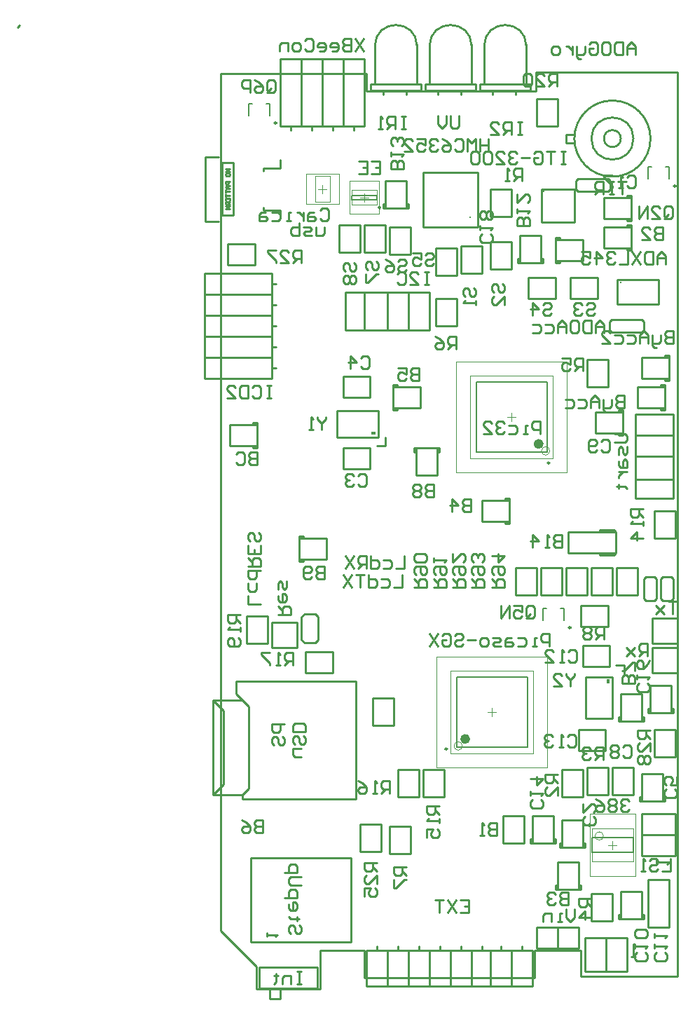
<source format=gbo>
%FSTAX25Y25*%
%MOIN*%
G70*
G01*
G75*
G04 Layer_Color=32896*
%ADD10R,0.07874X0.07480*%
%ADD11R,0.01969X0.15748*%
%ADD12R,0.04331X0.02559*%
%ADD13R,0.07874X0.05512*%
%ADD14R,0.17011X0.12579*%
%ADD15R,0.20011X0.12579*%
%ADD16R,0.13780X0.11811*%
%ADD17R,0.06102X0.04331*%
%ADD18R,0.06102X0.04331*%
%ADD19R,0.06102X0.13583*%
%ADD20R,0.04724X0.07000*%
%ADD21R,0.04724X0.07874*%
%ADD22R,0.03543X0.03740*%
%ADD23R,0.03543X0.03740*%
%ADD24R,0.05906X0.13780*%
%ADD25R,0.09843X0.07874*%
%ADD26R,0.07480X0.07874*%
%ADD27C,0.01200*%
%ADD28C,0.02000*%
%ADD29C,0.01400*%
%ADD30C,0.01600*%
%ADD31C,0.01000*%
%ADD32C,0.00394*%
%ADD33C,0.15748*%
%ADD34R,0.08000X0.08000*%
%ADD35C,0.08000*%
%ADD36C,0.09000*%
%ADD37O,0.08000X0.06400*%
%ADD38O,0.08000X0.06000*%
%ADD39R,0.08000X0.08000*%
%ADD40C,0.03000*%
%ADD41C,0.02600*%
%ADD42C,0.02700*%
%ADD43C,0.02800*%
%ADD44R,0.07874X0.09843*%
%ADD45R,0.07874X0.07842*%
%ADD46R,0.13780X0.01969*%
%ADD47R,0.15748X0.08071*%
%ADD48R,0.10236X0.08071*%
%ADD49R,0.13780X0.08071*%
G04:AMPARAMS|DCode=50|XSize=39.37mil|YSize=31.5mil|CornerRadius=7.87mil|HoleSize=0mil|Usage=FLASHONLY|Rotation=0.000|XOffset=0mil|YOffset=0mil|HoleType=Round|Shape=RoundedRectangle|*
%AMROUNDEDRECTD50*
21,1,0.03937,0.01575,0,0,0.0*
21,1,0.02362,0.03150,0,0,0.0*
1,1,0.01575,0.01181,-0.00787*
1,1,0.01575,-0.01181,-0.00787*
1,1,0.01575,-0.01181,0.00787*
1,1,0.01575,0.01181,0.00787*
%
%ADD50ROUNDEDRECTD50*%
G04:AMPARAMS|DCode=51|XSize=39.37mil|YSize=31.5mil|CornerRadius=7.87mil|HoleSize=0mil|Usage=FLASHONLY|Rotation=270.000|XOffset=0mil|YOffset=0mil|HoleType=Round|Shape=RoundedRectangle|*
%AMROUNDEDRECTD51*
21,1,0.03937,0.01575,0,0,270.0*
21,1,0.02362,0.03150,0,0,270.0*
1,1,0.01575,-0.00787,-0.01181*
1,1,0.01575,-0.00787,0.01181*
1,1,0.01575,0.00787,0.01181*
1,1,0.01575,0.00787,-0.01181*
%
%ADD51ROUNDEDRECTD51*%
G04:AMPARAMS|DCode=52|XSize=90mil|YSize=90mil|CornerRadius=22.5mil|HoleSize=0mil|Usage=FLASHONLY|Rotation=180.000|XOffset=0mil|YOffset=0mil|HoleType=Round|Shape=RoundedRectangle|*
%AMROUNDEDRECTD52*
21,1,0.09000,0.04500,0,0,180.0*
21,1,0.04500,0.09000,0,0,180.0*
1,1,0.04500,-0.02250,0.02250*
1,1,0.04500,0.02250,0.02250*
1,1,0.04500,0.02250,-0.02250*
1,1,0.04500,-0.02250,-0.02250*
%
%ADD52ROUNDEDRECTD52*%
%ADD53R,0.06693X0.09843*%
%ADD54R,0.05512X0.00984*%
%ADD55R,0.00984X0.05512*%
%ADD56C,0.01063*%
%ADD57R,0.10630X0.10630*%
%ADD58R,0.09843X0.06693*%
%ADD59R,0.11811X0.07874*%
%ADD60R,0.11811X0.02953*%
%ADD61R,0.09843X0.07874*%
G04:AMPARAMS|DCode=62|XSize=100mil|YSize=100mil|CornerRadius=25mil|HoleSize=0mil|Usage=FLASHONLY|Rotation=0.000|XOffset=0mil|YOffset=0mil|HoleType=Round|Shape=RoundedRectangle|*
%AMROUNDEDRECTD62*
21,1,0.10000,0.05000,0,0,0.0*
21,1,0.05000,0.10000,0,0,0.0*
1,1,0.05000,0.02500,-0.02500*
1,1,0.05000,-0.02500,-0.02500*
1,1,0.05000,-0.02500,0.02500*
1,1,0.05000,0.02500,0.02500*
%
%ADD62ROUNDEDRECTD62*%
%ADD63O,0.01181X0.10236*%
%ADD64O,0.10236X0.01181*%
%ADD65R,0.04567X0.05906*%
%ADD66R,0.08661X0.15748*%
%ADD67R,0.08661X0.13780*%
%ADD68R,0.11024X0.09055*%
%ADD69R,0.01575X0.05512*%
%ADD70R,0.05512X0.01575*%
%ADD71R,0.02756X0.03543*%
%ADD72R,0.04724X0.03543*%
%ADD73R,0.01969X0.07087*%
%ADD74R,0.05906X0.07874*%
%ADD75R,0.05906X0.07574*%
%ADD76R,0.02165X0.07874*%
%ADD77R,0.07874X0.02165*%
G04:AMPARAMS|DCode=78|XSize=51.18mil|YSize=51.18mil|CornerRadius=12.8mil|HoleSize=0mil|Usage=FLASHONLY|Rotation=270.000|XOffset=0mil|YOffset=0mil|HoleType=Round|Shape=RoundedRectangle|*
%AMROUNDEDRECTD78*
21,1,0.05118,0.02559,0,0,270.0*
21,1,0.02559,0.05118,0,0,270.0*
1,1,0.02559,-0.01280,-0.01280*
1,1,0.02559,-0.01280,0.01280*
1,1,0.02559,0.01280,0.01280*
1,1,0.02559,0.01280,-0.01280*
%
%ADD78ROUNDEDRECTD78*%
%ADD79R,0.13780X0.05906*%
%ADD80R,0.10880X0.05906*%
%ADD81R,0.02559X0.04331*%
%ADD82O,0.02362X0.08661*%
%ADD83C,0.01500*%
%ADD84C,0.00984*%
%ADD85C,0.00787*%
%ADD86C,0.02756*%
%ADD87R,0.08674X0.08280*%
%ADD88R,0.02769X0.16548*%
%ADD89R,0.05131X0.03359*%
%ADD90R,0.08674X0.06312*%
%ADD91R,0.17811X0.13380*%
%ADD92R,0.20811X0.13380*%
%ADD93R,0.14579X0.12611*%
%ADD94R,0.06902X0.05131*%
%ADD95R,0.06902X0.05131*%
%ADD96R,0.06902X0.14383*%
%ADD97R,0.05524X0.07800*%
%ADD98R,0.05524X0.08674*%
%ADD99R,0.04343X0.04540*%
%ADD100R,0.04343X0.04540*%
%ADD101R,0.06706X0.14579*%
%ADD102R,0.10642X0.08674*%
%ADD103R,0.08280X0.08674*%
%ADD104C,0.16548*%
%ADD105R,0.08800X0.08800*%
%ADD106C,0.08800*%
%ADD107C,0.09800*%
%ADD108O,0.08800X0.07200*%
%ADD109O,0.08800X0.06800*%
%ADD110R,0.08800X0.08800*%
%ADD111C,0.03800*%
%ADD112C,0.03400*%
%ADD113C,0.03500*%
%ADD114C,0.03600*%
%ADD115R,0.08674X0.10642*%
%ADD116R,0.08674X0.08643*%
%ADD117R,0.14579X0.02769*%
%ADD118R,0.16548X0.08871*%
%ADD119R,0.11036X0.08871*%
%ADD120R,0.14579X0.08871*%
G04:AMPARAMS|DCode=121|XSize=47.37mil|YSize=39.5mil|CornerRadius=9.87mil|HoleSize=0mil|Usage=FLASHONLY|Rotation=0.000|XOffset=0mil|YOffset=0mil|HoleType=Round|Shape=RoundedRectangle|*
%AMROUNDEDRECTD121*
21,1,0.04737,0.01975,0,0,0.0*
21,1,0.02762,0.03950,0,0,0.0*
1,1,0.01975,0.01381,-0.00987*
1,1,0.01975,-0.01381,-0.00987*
1,1,0.01975,-0.01381,0.00987*
1,1,0.01975,0.01381,0.00987*
%
%ADD121ROUNDEDRECTD121*%
G04:AMPARAMS|DCode=122|XSize=47.37mil|YSize=39.5mil|CornerRadius=9.87mil|HoleSize=0mil|Usage=FLASHONLY|Rotation=270.000|XOffset=0mil|YOffset=0mil|HoleType=Round|Shape=RoundedRectangle|*
%AMROUNDEDRECTD122*
21,1,0.04737,0.01975,0,0,270.0*
21,1,0.02762,0.03950,0,0,270.0*
1,1,0.01975,-0.00987,-0.01381*
1,1,0.01975,-0.00987,0.01381*
1,1,0.01975,0.00987,0.01381*
1,1,0.01975,0.00987,-0.01381*
%
%ADD122ROUNDEDRECTD122*%
G04:AMPARAMS|DCode=123|XSize=98mil|YSize=98mil|CornerRadius=24.5mil|HoleSize=0mil|Usage=FLASHONLY|Rotation=180.000|XOffset=0mil|YOffset=0mil|HoleType=Round|Shape=RoundedRectangle|*
%AMROUNDEDRECTD123*
21,1,0.09800,0.04900,0,0,180.0*
21,1,0.04900,0.09800,0,0,180.0*
1,1,0.04900,-0.02450,0.02450*
1,1,0.04900,0.02450,0.02450*
1,1,0.04900,0.02450,-0.02450*
1,1,0.04900,-0.02450,-0.02450*
%
%ADD123ROUNDEDRECTD123*%
%ADD124R,0.07493X0.10642*%
%ADD125R,0.06312X0.01784*%
%ADD126R,0.01784X0.06312*%
%ADD127C,0.01863*%
%ADD128R,0.11430X0.11430*%
%ADD129R,0.10642X0.07493*%
%ADD130R,0.12611X0.08674*%
%ADD131R,0.12611X0.03753*%
%ADD132R,0.10642X0.08674*%
G04:AMPARAMS|DCode=133|XSize=108mil|YSize=108mil|CornerRadius=27mil|HoleSize=0mil|Usage=FLASHONLY|Rotation=0.000|XOffset=0mil|YOffset=0mil|HoleType=Round|Shape=RoundedRectangle|*
%AMROUNDEDRECTD133*
21,1,0.10800,0.05400,0,0,0.0*
21,1,0.05400,0.10800,0,0,0.0*
1,1,0.05400,0.02700,-0.02700*
1,1,0.05400,-0.02700,-0.02700*
1,1,0.05400,-0.02700,0.02700*
1,1,0.05400,0.02700,0.02700*
%
%ADD133ROUNDEDRECTD133*%
%ADD134O,0.01981X0.11036*%
%ADD135O,0.11036X0.01981*%
%ADD136R,0.05367X0.06706*%
%ADD137R,0.09461X0.16548*%
%ADD138R,0.09461X0.14579*%
%ADD139R,0.11824X0.09855*%
%ADD140R,0.02375X0.06312*%
%ADD141R,0.06312X0.02375*%
%ADD142R,0.03556X0.04343*%
%ADD143R,0.05524X0.04343*%
%ADD144R,0.02769X0.07887*%
%ADD145R,0.06706X0.08674*%
%ADD146R,0.06706X0.08374*%
%ADD147R,0.02965X0.08674*%
%ADD148R,0.08674X0.02965*%
G04:AMPARAMS|DCode=149|XSize=59.18mil|YSize=59.18mil|CornerRadius=14.8mil|HoleSize=0mil|Usage=FLASHONLY|Rotation=270.000|XOffset=0mil|YOffset=0mil|HoleType=Round|Shape=RoundedRectangle|*
%AMROUNDEDRECTD149*
21,1,0.05918,0.02959,0,0,270.0*
21,1,0.02959,0.05918,0,0,270.0*
1,1,0.02959,-0.01480,-0.01480*
1,1,0.02959,-0.01480,0.01480*
1,1,0.02959,0.01480,0.01480*
1,1,0.02959,0.01480,-0.01480*
%
%ADD149ROUNDEDRECTD149*%
%ADD150R,0.14579X0.06706*%
%ADD151R,0.11680X0.06706*%
%ADD152R,0.03359X0.05131*%
%ADD153O,0.03162X0.09461*%
%ADD154C,0.02362*%
%ADD155R,0.01575X0.01969*%
%ADD156R,0.00984X0.00984*%
%ADD157R,0.01969X0.01575*%
%ADD158R,0.00984X0.00984*%
D31*
X0101Y045D02*
G03*
X0081Y045I-001J0D01*
G01*
X0127D02*
G03*
X0107Y045I-001J0D01*
G01*
X0153D02*
G03*
X0133Y045I-001J0D01*
G01*
X0212111Y0406D02*
G03*
X0212111Y0406I-0018111J0D01*
G01*
X0204D02*
G03*
X0204Y0406I-001J0D01*
G01*
X0198D02*
G03*
X0198Y0406I-0004J0D01*
G01*
X01955Y01555D02*
X01995D01*
Y0151D02*
Y01555D01*
X0086Y026D02*
Y0264D01*
X0082Y026D02*
X0086D01*
X0081Y0432D02*
Y0451D01*
X0101Y0432D02*
Y0451D01*
X0079Y0429D02*
X0103D01*
X0079Y0432D02*
X0103D01*
X0079Y0429D02*
Y0432D01*
X0103Y0429D02*
Y0432D01*
X0096Y0427D02*
Y0429D01*
X0085Y0427D02*
Y0429D01*
X0107Y0432D02*
Y0451D01*
X0127Y0432D02*
Y0451D01*
X0105Y0429D02*
X0129D01*
X0105Y0432D02*
X0129D01*
X0105Y0429D02*
Y0432D01*
X0129Y0429D02*
Y0432D01*
X0122Y0427D02*
Y0429D01*
X0111Y0427D02*
Y0429D01*
X0133Y0432D02*
Y0451D01*
X0153Y0432D02*
Y0451D01*
X0131Y0429D02*
X0155D01*
X0131Y0432D02*
X0155D01*
X0131Y0429D02*
Y0432D01*
X0155Y0429D02*
Y0432D01*
X0148Y0427D02*
Y0429D01*
X0137Y0427D02*
Y0429D01*
X0028Y03907D02*
Y0392D01*
Y0372D02*
Y03733D01*
X0036Y0368D02*
Y0372D01*
Y0392D02*
Y0396D01*
X0000252Y0397354D02*
X00067D01*
X0000252Y0366646D02*
X00067D01*
X0008276Y0394224D02*
Y03945D01*
X00135Y03695D02*
Y0382D01*
X0008276Y03695D02*
Y03945D01*
Y03695D02*
X00135D01*
Y0382D02*
Y03945D01*
X0008276D02*
X00135D01*
X0000252Y0382D02*
Y0397354D01*
Y0366646D02*
Y0382D01*
X0028Y0392D02*
X0036D01*
X0028Y0372D02*
X0036D01*
X0182Y0288D02*
X0192D01*
X0182D02*
Y0301D01*
X0192D01*
Y0288D02*
Y0301D01*
X0191319Y0381047D02*
X0191811D01*
X0192795Y0382031D01*
Y0382524D01*
Y0385968D01*
X018689Y0386953D02*
X0191811D01*
X0192795Y0385968D01*
X018689Y0381047D02*
X0191319D01*
X0177539D02*
X018689D01*
X0176555Y0382031D02*
X0177539Y0381047D01*
X0176555Y0382031D02*
Y0385968D01*
X0177539Y0386953D02*
X018689D01*
X0176555Y0385968D02*
X0177539Y0386953D01*
X0136Y0382D02*
X0146D01*
Y0369D02*
Y0382D01*
X0136Y0369D02*
X0146D01*
X0136D02*
Y0382D01*
X018Y0348D02*
Y0358D01*
X0167Y0348D02*
X018D01*
X0167D02*
Y0358D01*
X018D01*
X0167Y0359D02*
X0169D01*
X0167Y0347D02*
X0169D01*
Y0348D01*
X0167Y0347D02*
Y0348D01*
X0169Y0358D02*
Y0359D01*
X0167Y0358D02*
Y0359D01*
X0174Y033D02*
X0187D01*
Y034D01*
X0174D02*
X0187D01*
X0174Y033D02*
Y034D01*
X0206Y0278D02*
Y0288D01*
X0219D01*
Y0278D02*
Y0288D01*
X0206Y0278D02*
X0219D01*
X0217Y0277D02*
X0219D01*
X0217Y0289D02*
X0219D01*
X0217Y0288D02*
Y0289D01*
X0219Y0288D02*
Y0289D01*
X0217Y0277D02*
Y0278D01*
X0219Y0277D02*
Y0278D01*
X0209047Y018711D02*
Y0196461D01*
X0210032Y0197445D01*
X0213968D01*
X0214953Y018711D02*
Y0196461D01*
X0213968Y0197445D02*
X0214953Y0196461D01*
X0209047Y018711D02*
X0210032Y0186126D01*
X0213968D01*
X0214953Y018711D01*
X0217047D02*
Y0196461D01*
X0218032Y0197445D01*
X0221969D01*
X0222953Y018711D02*
Y0196461D01*
X0221969Y0197445D02*
X0222953Y0196461D01*
X0217047Y018711D02*
X0218032Y0186126D01*
X0221969D01*
X0222953Y018711D01*
X0225Y0166D02*
Y0178D01*
X0213Y0166D02*
X0225D01*
X0213D02*
Y0178D01*
X0225D01*
X0194Y0130315D02*
Y015D01*
X0181402Y0130315D02*
X0194D01*
X0181402D02*
Y015D01*
X0194D01*
X0196Y0202D02*
X0206D01*
Y0189D02*
Y0202D01*
X0196Y0189D02*
X0206D01*
X0196D02*
Y0202D01*
X0214Y0216D02*
X0224D01*
X0214D02*
Y0229D01*
X0224D01*
Y0216D02*
Y0229D01*
X0160252Y0382D02*
X0176D01*
X0160252Y0366252D02*
Y0382D01*
Y0366252D02*
X0176D01*
Y0382D01*
X0086Y0386D02*
X0096D01*
Y0373D02*
Y0386D01*
X0086Y0373D02*
X0096D01*
X0086D02*
Y0386D01*
X0085Y0373D02*
Y0375D01*
X0097Y0373D02*
Y0375D01*
X0096D02*
X0097D01*
X0096Y0373D02*
X0097D01*
X0085Y0375D02*
X0086D01*
X0085Y0373D02*
X0086D01*
X0088Y0351D02*
Y0364D01*
Y0351D02*
X0098D01*
Y0364D01*
X0088D02*
X0098D01*
X011Y0341D02*
Y0354D01*
Y0341D02*
X012D01*
Y0354D01*
X011D02*
X012D01*
X0132Y0342D02*
Y0355D01*
X0122D02*
X0132D01*
X0122Y0342D02*
Y0355D01*
Y0342D02*
X0132D01*
X0146Y0344D02*
Y0357D01*
X0136D02*
X0146D01*
X0136Y0344D02*
Y0357D01*
Y0344D02*
X0146D01*
X0154Y033D02*
X0167D01*
Y034D01*
X0154D02*
X0167D01*
X0154Y033D02*
Y034D01*
X0062815Y0264D02*
X00825D01*
X0062815D02*
Y0276598D01*
X00825D01*
Y0264D02*
Y0276598D01*
X0225Y0152D02*
Y0164D01*
X0213Y0152D02*
X0225D01*
X0213D02*
Y0164D01*
X0225D01*
X0022Y0024D02*
Y0064D01*
Y0024D02*
X00695D01*
X0022Y0064D02*
X00695D01*
Y0024D02*
Y0064D01*
X0015Y0142D02*
X0021Y0136D01*
Y0097D02*
Y0136D01*
X0018Y0094D02*
X0021Y0097D01*
X0018Y0092D02*
Y0094D01*
Y0092D02*
X0072D01*
Y0148D01*
X0015Y0142D02*
Y0148D01*
X0072D01*
X0004Y0094D02*
X0018D01*
X0004D02*
Y0139D01*
X00177D01*
X0004Y0094D02*
X0009Y0099D01*
Y0134D01*
X0004Y0139D02*
X0009Y0134D01*
X0012Y026D02*
Y027D01*
X0025D01*
Y026D02*
Y027D01*
X0012Y026D02*
X0025D01*
X0023Y0259D02*
X0025D01*
X0023Y0271D02*
X0025D01*
X0023Y027D02*
Y0271D01*
X0025Y027D02*
Y0271D01*
X0023Y0259D02*
Y026D01*
X0025Y0259D02*
Y026D01*
X01025Y0278D02*
Y0288D01*
X00895Y0278D02*
X01025D01*
X00895D02*
Y0288D01*
X01025D01*
X00895Y0289D02*
X00915D01*
X00895Y0277D02*
X00915D01*
Y0278D01*
X00895Y0277D02*
Y0278D01*
X00915Y0288D02*
Y0289D01*
X00895Y0288D02*
Y0289D01*
X011Y033D02*
X012D01*
Y0317D02*
Y033D01*
X011Y0317D02*
X012D01*
X011D02*
Y033D01*
X01105Y0259D02*
X01115D01*
X01105Y0257D02*
X01115D01*
X00995Y0259D02*
X01005D01*
X00995Y0257D02*
X01005D01*
X00995D02*
Y0259D01*
X01115Y0257D02*
Y0259D01*
X01105Y0246D02*
Y0259D01*
X01005D02*
X01105D01*
X01005Y0246D02*
Y0259D01*
Y0246D02*
X01105D01*
X0212Y0146D02*
X0222D01*
Y0133D02*
Y0146D01*
X0212Y0133D02*
X0222D01*
X0212D02*
Y0146D01*
X0211Y0133D02*
Y0135D01*
X0223Y0133D02*
Y0135D01*
X0222D02*
X0223D01*
X0222Y0133D02*
X0223D01*
X0211Y0135D02*
X0212D01*
X0211Y0133D02*
X0212D01*
X0024Y0346D02*
Y0356D01*
X0011Y0346D02*
X0024D01*
X0011D02*
Y0356D01*
X0024D01*
X0158Y0412D02*
X0168D01*
X0158D02*
Y0425D01*
X0168D01*
Y0412D02*
Y0425D01*
X019Y0354D02*
Y0364D01*
X0203D01*
Y0354D02*
Y0364D01*
X019Y0354D02*
X0203D01*
X0201Y0353D02*
X0203D01*
X0201Y0365D02*
X0203D01*
X0201Y0364D02*
Y0365D01*
X0203Y0364D02*
Y0365D01*
X0201Y0353D02*
Y0354D01*
X0203Y0353D02*
Y0354D01*
X015Y036D02*
X016D01*
Y0347D02*
Y036D01*
X015Y0347D02*
X016D01*
X015D02*
Y036D01*
X0149Y0347D02*
Y0349D01*
X0161Y0347D02*
Y0349D01*
X016D02*
X0161D01*
X016Y0347D02*
X0161D01*
X0149Y0349D02*
X015D01*
X0149Y0347D02*
X015D01*
X017Y0082D02*
X018D01*
Y0069D02*
Y0082D01*
X017Y0069D02*
X018D01*
X017D02*
Y0082D01*
X0169Y0069D02*
Y0071D01*
X0181Y0069D02*
Y0071D01*
X018D02*
X0181D01*
X018Y0069D02*
X0181D01*
X0169Y0071D02*
X017D01*
X0169Y0069D02*
X017D01*
X0156Y0084D02*
X0166D01*
Y0071D02*
Y0084D01*
X0156Y0071D02*
X0166D01*
X0156D02*
Y0084D01*
X0155Y0071D02*
Y0073D01*
X0167Y0071D02*
Y0073D01*
X0166D02*
X0167D01*
X0166Y0071D02*
X0167D01*
X0155Y0073D02*
X0156D01*
X0155Y0071D02*
X0156D01*
X0074Y008D02*
X0084D01*
Y0067D02*
Y008D01*
X0074Y0067D02*
X0084D01*
X0074D02*
Y008D01*
X0048Y0152D02*
Y0162D01*
X0061D01*
Y0152D02*
Y0162D01*
X0048Y0152D02*
X0061D01*
X0092Y0106D02*
X0102D01*
Y0093D02*
Y0106D01*
X0092Y0093D02*
X0102D01*
X0092D02*
Y0106D01*
X0104D02*
X0114D01*
Y0093D02*
Y0106D01*
X0104Y0093D02*
X0114D01*
X0104D02*
Y0106D01*
X0208Y0292D02*
Y0302D01*
X0221D01*
Y0292D02*
Y0302D01*
X0208Y0292D02*
X0221D01*
X0219Y0291D02*
X0221D01*
X0219Y0303D02*
X0221D01*
X0219Y0302D02*
Y0303D01*
X0221Y0302D02*
Y0303D01*
X0219Y0291D02*
Y0292D01*
X0221Y0291D02*
Y0292D01*
X0184Y0202D02*
X0194D01*
Y0189D02*
Y0202D01*
X0184Y0189D02*
X0194D01*
X0184D02*
Y0202D01*
X0172D02*
X0182D01*
Y0189D02*
Y0202D01*
X0172Y0189D02*
X0182D01*
X0172D02*
Y0202D01*
X016D02*
X017D01*
Y0189D02*
Y0202D01*
X016Y0189D02*
X017D01*
X016D02*
Y0202D01*
X0148D02*
X0158D01*
Y0189D02*
Y0202D01*
X0148Y0189D02*
X0158D01*
X0148D02*
Y0202D01*
X019Y0368D02*
Y0378D01*
X0203D01*
Y0368D02*
Y0378D01*
X019Y0368D02*
X0203D01*
X0201Y0367D02*
X0203D01*
X0201Y0379D02*
X0203D01*
X0201Y0378D02*
Y0379D01*
X0203Y0378D02*
Y0379D01*
X0201Y0367D02*
Y0368D01*
X0203Y0367D02*
Y0368D01*
X002Y0166D02*
X003D01*
X002D02*
Y0179D01*
X003D01*
Y0166D02*
Y0179D01*
X0192Y0174D02*
Y0184D01*
X0179Y0174D02*
X0192D01*
X0179D02*
Y0184D01*
X0192D01*
X01945Y0208D02*
X01955Y0209D01*
X01945Y022D02*
X01955Y0219D01*
X0188Y022D02*
X01945D01*
X0188Y0219D02*
Y022D01*
Y0208D02*
Y0209D01*
X0173D02*
Y0219D01*
X01955D01*
Y0209D02*
Y0219D01*
X0173Y0209D02*
X01955D01*
X0188Y0208D02*
X01945D01*
X0181Y0026D02*
X0201D01*
X0181Y001D02*
X0201D01*
Y0026D01*
X0191Y001D02*
Y0026D01*
X0181Y001D02*
Y0026D01*
X0104Y039D02*
X013D01*
X0104Y0364D02*
Y039D01*
Y0364D02*
X013D01*
Y039D01*
X0172Y0404D02*
X0176D01*
X0172Y0408D02*
X0176D01*
X0172Y0404D02*
Y0408D01*
X0036Y-0003D02*
Y0002D01*
X0031Y-0003D02*
X0036D01*
X0031D02*
Y0002D01*
X00535D02*
Y0012D01*
X0026D02*
X00535D01*
X0026Y0002D02*
X00535D01*
X0026D02*
Y0012D01*
X0066Y0293D02*
X00785D01*
X0066Y0283D02*
Y0293D01*
Y0283D02*
X00785D01*
Y0293D01*
X0076Y0412D02*
Y0444D01*
X0041Y041D02*
Y0412D01*
X0051Y041D02*
Y0412D01*
X0061Y041D02*
Y0412D01*
X0071Y041D02*
Y0412D01*
X0066D02*
Y0444D01*
X0056Y0412D02*
Y0444D01*
X0046Y0412D02*
Y0444D01*
X0036Y0412D02*
Y0444D01*
Y0412D02*
X0076D01*
X0036Y0444D02*
X0076D01*
X018Y0165D02*
X01925D01*
X018Y0155D02*
Y0165D01*
Y0155D02*
X01925D01*
Y0165D01*
X0196315Y0327189D02*
X0216D01*
Y0339D01*
X0196315D02*
X0216D01*
X0196315Y0327189D02*
Y0339D01*
X0053937Y0167634D02*
Y0178461D01*
X0052461Y0179937D02*
X0053937Y0178461D01*
X0052461Y0166157D02*
X0053937Y0167634D01*
X0047539Y0166157D02*
X0052461D01*
X0046063Y0167634D02*
X0047539Y0166157D01*
X0046063Y0167634D02*
Y0178461D01*
X0047539Y0179937D01*
X0052461D01*
X0044Y0164D02*
Y0176D01*
X0032Y0164D02*
X0044D01*
X0032D02*
Y0176D01*
X0044D01*
X0207319Y0314047D02*
X0207811D01*
X0208795Y0315032D01*
Y0315524D01*
Y0318969D01*
X020289Y0319953D02*
X0207811D01*
X0208795Y0318969D01*
X020289Y0314047D02*
X0207319D01*
X0193539D02*
X020289D01*
X0192555Y0315032D02*
X0193539Y0314047D01*
X0192555Y0315032D02*
Y0318969D01*
X0193539Y0319953D02*
X020289D01*
X0192555Y0318969D02*
X0193539Y0319953D01*
X0Y0292D02*
X0032D01*
X0Y0302D02*
X0032D01*
X0Y0312D02*
X0032D01*
X0Y0322D02*
X0032D01*
X0Y0332D02*
X0032D01*
Y0337D02*
X0034D01*
X0032Y0327D02*
X0034D01*
X0032Y0317D02*
X0034D01*
X0032Y0307D02*
X0034D01*
X0032Y0297D02*
X0034D01*
X0Y0342D02*
X0032D01*
Y0292D02*
Y0342D01*
X0Y0292D02*
Y0342D01*
X0107Y0315D02*
Y0333D01*
X0097Y0315D02*
Y0333D01*
X0087Y0315D02*
Y0333D01*
X0067Y0315D02*
Y0333D01*
X0076Y0315D02*
Y0333D01*
X0067D02*
X0107D01*
X0067Y0315D02*
X0107D01*
X0086Y0352D02*
Y0365D01*
X0076D02*
X0086D01*
X0076Y0352D02*
Y0365D01*
Y0352D02*
X0086D01*
X0074D02*
Y0365D01*
X0064D02*
X0074D01*
X0064Y0352D02*
Y0365D01*
Y0352D02*
X0074D01*
X0158Y0021D02*
Y0031D01*
Y0021D02*
X0166D01*
X0178D01*
Y0031D01*
X0167D02*
X0178D01*
X0158D02*
X0167D01*
X0168Y0021D02*
Y0031D01*
X0156Y0003D02*
Y002D01*
X0146Y0003D02*
Y002D01*
X0136Y0003D02*
Y002D01*
X0077D02*
X0156D01*
X0151D02*
Y0022D01*
X0141Y002D02*
Y0022D01*
X0127Y0003D02*
Y002D01*
X0117Y0003D02*
Y002D01*
X0107Y0003D02*
Y002D01*
X0097Y0003D02*
Y002D01*
X0087Y0003D02*
Y002D01*
X0082D02*
Y0022D01*
X0092Y002D02*
Y0022D01*
X0102Y002D02*
Y0022D01*
X0112Y002D02*
Y0022D01*
X0122Y002D02*
Y0022D01*
X0132Y002D02*
Y0022D01*
X0077Y0003D02*
X0156D01*
X0077D02*
Y002D01*
X0221Y0031D02*
Y00535D01*
X0211D02*
X0221D01*
X0211Y0031D02*
Y00535D01*
Y0031D02*
X0221D01*
X0198Y0048D02*
X0208D01*
Y0035D02*
Y0048D01*
X0198Y0035D02*
X0208D01*
X0198D02*
Y0048D01*
X0197Y0035D02*
Y0037D01*
X0209Y0035D02*
Y0037D01*
X0208D02*
X0209D01*
X0208Y0035D02*
X0209D01*
X0197Y0037D02*
X0198D01*
X0197Y0035D02*
X0198D01*
X0184Y0034D02*
X0194D01*
X0184D02*
Y0047D01*
X0194D01*
Y0034D02*
Y0047D01*
X0168Y0062D02*
X0178D01*
Y0049D02*
Y0062D01*
X0168Y0049D02*
X0178D01*
X0168D02*
Y0062D01*
X0167Y0049D02*
Y0051D01*
X0179Y0049D02*
Y0051D01*
X0178D02*
X0179D01*
X0178Y0049D02*
X0179D01*
X0167Y0051D02*
X0168D01*
X0167Y0049D02*
X0168D01*
X0208Y0085D02*
X0224D01*
X0208Y0075D02*
X0224D01*
X0208Y0065D02*
X0224D01*
X0208D02*
Y0085D01*
X0224Y0065D02*
Y0085D01*
X0142Y0084D02*
X0152D01*
Y0071D02*
Y0084D01*
X0142Y0071D02*
X0152D01*
X0142D02*
Y0084D01*
X017Y0106D02*
X018D01*
Y0093D02*
Y0106D01*
X017Y0093D02*
X018D01*
X017D02*
Y0106D01*
X0182Y0094D02*
X0192D01*
X0182D02*
Y0107D01*
X0192D01*
Y0094D02*
Y0107D01*
X0194Y0094D02*
X0204D01*
X0194D02*
Y0107D01*
X0204D01*
Y0094D02*
Y0107D01*
X0208Y0104D02*
X0218D01*
Y0091D02*
Y0104D01*
X0208Y0091D02*
X0218D01*
X0208D02*
Y0104D01*
X0207Y0091D02*
Y0093D01*
X0219Y0091D02*
Y0093D01*
X0218D02*
X0219D01*
X0218Y0091D02*
X0219D01*
X0207Y0093D02*
X0208D01*
X0207Y0091D02*
X0208D01*
X0214Y0112D02*
X0224D01*
X0214D02*
Y0125D01*
X0224D01*
Y0112D02*
Y0125D01*
X0198Y0142D02*
X0208D01*
Y0129D02*
Y0142D01*
X0198Y0129D02*
X0208D01*
X0198D02*
Y0142D01*
X0197Y0129D02*
Y0131D01*
X0209Y0129D02*
Y0131D01*
X0208D02*
X0209D01*
X0208Y0129D02*
X0209D01*
X0197Y0131D02*
X0198D01*
X0197Y0129D02*
X0198D01*
X0178Y0125D02*
X01905D01*
X0178Y0115D02*
Y0125D01*
Y0115D02*
X01905D01*
Y0125D01*
X0088Y0066D02*
X0098D01*
X0088D02*
Y0079D01*
X0098D01*
Y0066D02*
Y0079D01*
X008Y014D02*
X009D01*
Y0127D02*
Y014D01*
X008Y0127D02*
X009D01*
X008D02*
Y014D01*
X0045Y0216D02*
Y0217D01*
X0047Y0216D02*
Y0217D01*
X0045Y0205D02*
Y0206D01*
X0047Y0205D02*
Y0206D01*
X0045Y0205D02*
X0047D01*
X0045Y0217D02*
X0047D01*
X0045Y0216D02*
X0058D01*
X0045Y0206D02*
Y0216D01*
Y0206D02*
X0058D01*
Y0216D01*
X0066Y0249D02*
X00785D01*
Y0259D01*
X0066D02*
X00785D01*
X0066Y0249D02*
Y0259D01*
X0132Y0224D02*
Y0234D01*
X0145D01*
Y0224D02*
Y0234D01*
X0132Y0224D02*
X0145D01*
X0143Y0223D02*
X0145D01*
X0143Y0235D02*
X0145D01*
X0143Y0234D02*
Y0235D01*
X0145Y0234D02*
Y0235D01*
X0143Y0223D02*
Y0224D01*
X0145Y0223D02*
Y0224D01*
X0205Y0275D02*
X0223D01*
X0205Y0265D02*
X0223D01*
X0205Y0255D02*
X0223D01*
X0205Y0235D02*
X0223D01*
X0205Y0244D02*
X0223D01*
X0205Y0235D02*
Y0275D01*
X0223Y0235D02*
Y0275D01*
X0186Y0266D02*
Y0276D01*
X0199D01*
Y0266D02*
Y0276D01*
X0186Y0266D02*
X0199D01*
X0197Y0265D02*
X0199D01*
X0197Y0277D02*
X0199D01*
X0197Y0276D02*
Y0277D01*
X0199Y0276D02*
Y0277D01*
X0197Y0265D02*
Y0266D01*
X0199Y0265D02*
Y0266D01*
X01365Y01925D02*
X0142498D01*
Y0195499D01*
X0141498Y0196499D01*
X0139499D01*
X0138499Y0195499D01*
Y01925D01*
Y0194499D02*
X01365Y0196499D01*
X01375Y0198498D02*
X01365Y0199498D01*
Y0201497D01*
X01375Y0202497D01*
X0141498D01*
X0142498Y0201497D01*
Y0199498D01*
X0141498Y0198498D01*
X0140499D01*
X0139499Y0199498D01*
Y0202497D01*
X01365Y0207495D02*
X0142498D01*
X0139499Y0204496D01*
Y0208495D01*
X0195002Y02655D02*
X02D01*
X0201Y02645D01*
Y0262501D01*
X02Y0261501D01*
X0195002D01*
X0201Y0259502D02*
Y0256503D01*
X02Y0255503D01*
X0199001Y0256503D01*
Y0258502D01*
X0198001Y0259502D01*
X0197001Y0258502D01*
Y0255503D01*
Y0252504D02*
Y0250505D01*
X0198001Y0249505D01*
X0201D01*
Y0252504D01*
X02Y0253504D01*
X0199001Y0252504D01*
Y0249505D01*
X0197001Y0247506D02*
X0201D01*
X0199001D01*
X0198001Y0246506D01*
X0197001Y0245507D01*
Y0244507D01*
X0196002Y0240508D02*
X0197001D01*
Y0241508D01*
Y0239508D01*
Y0240508D01*
X02D01*
X0201Y0239508D01*
X0139Y0080498D02*
Y00745D01*
X0136001D01*
X0135001Y00755D01*
Y0076499D01*
X0136001Y0077499D01*
X0139D01*
X0136001D01*
X0135001Y0078499D01*
Y0079498D01*
X0136001Y0080498D01*
X0139D01*
X0133002Y00745D02*
X0131003D01*
X0132002D01*
Y0080498D01*
X0133002Y0079498D01*
X00275Y0081998D02*
Y0076D01*
X0024501D01*
X0023501Y0077D01*
Y0077999D01*
X0024501Y0078999D01*
X00275D01*
X0024501D01*
X0023501Y0079999D01*
Y0080998D01*
X0024501Y0081998D01*
X00275D01*
X0017503D02*
X0019503Y0080998D01*
X0021502Y0078999D01*
Y0077D01*
X0020502Y0076D01*
X0018503D01*
X0017503Y0077D01*
Y0077999D01*
X0018503Y0078999D01*
X0021502D01*
X0204498Y0147D02*
X01985D01*
Y0149999D01*
X01995Y0150999D01*
X0200499D01*
X0201499Y0149999D01*
Y0147D01*
Y0149999D01*
X0202499Y0150999D01*
X0203498D01*
X0204498Y0149999D01*
Y0147D01*
Y0152998D02*
Y0156997D01*
X0203498D01*
X01995Y0152998D01*
X01985D01*
X0109Y0241498D02*
Y02355D01*
X0106001D01*
X0105001Y02365D01*
Y0237499D01*
X0106001Y0238499D01*
X0109D01*
X0106001D01*
X0105001Y0239499D01*
Y0240498D01*
X0106001Y0241498D01*
X0109D01*
X0103002Y0240498D02*
X0102002Y0241498D01*
X0100003D01*
X0099003Y0240498D01*
Y0239499D01*
X0100003Y0238499D01*
X0099003Y0237499D01*
Y02365D01*
X0100003Y02355D01*
X0102002D01*
X0103002Y02365D01*
Y0237499D01*
X0102002Y0238499D01*
X0103002Y0239499D01*
Y0240498D01*
X0102002Y0238499D02*
X0100003D01*
X0102Y0296998D02*
Y0291D01*
X0099001D01*
X0098001Y0292D01*
Y0292999D01*
X0099001Y0293999D01*
X0102D01*
X0099001D01*
X0098001Y0294999D01*
Y0295998D01*
X0099001Y0296998D01*
X0102D01*
X0092003D02*
X0096002D01*
Y0293999D01*
X0094003Y0294999D01*
X0093003D01*
X0092003Y0293999D01*
Y0292D01*
X0093003Y0291D01*
X0095002D01*
X0096002Y0292D01*
X01265Y0234498D02*
Y02285D01*
X0123501D01*
X0122501Y02295D01*
Y0230499D01*
X0123501Y0231499D01*
X01265D01*
X0123501D01*
X0122501Y0232499D01*
Y0233498D01*
X0123501Y0234498D01*
X01265D01*
X0117503Y02285D02*
Y0234498D01*
X0120502Y0231499D01*
X0116503D01*
X0218Y0363998D02*
Y0358D01*
X0215001D01*
X0214001Y0359D01*
Y0359999D01*
X0215001Y0360999D01*
X0218D01*
X0215001D01*
X0214001Y0361999D01*
Y0362998D01*
X0215001Y0363998D01*
X0218D01*
X0208003Y0358D02*
X0212002D01*
X0208003Y0361999D01*
Y0362998D01*
X0209003Y0363998D01*
X0211002D01*
X0212002Y0362998D01*
X0154498Y03645D02*
X01485D01*
Y0367499D01*
X01495Y0368499D01*
X0150499D01*
X0151499Y0367499D01*
Y03645D01*
Y0367499D01*
X0152499Y0368499D01*
X0153498D01*
X0154498Y0367499D01*
Y03645D01*
X01485Y0370498D02*
Y0372497D01*
Y0371498D01*
X0154498D01*
X0153498Y0370498D01*
X01485Y0379495D02*
Y0375496D01*
X0152499Y0379495D01*
X0153498D01*
X0154498Y0378496D01*
Y0376496D01*
X0153498Y0375496D01*
X0094498Y03915D02*
X00885D01*
Y0394499D01*
X00895Y0395499D01*
X0090499D01*
X0091499Y0394499D01*
Y03915D01*
Y0394499D01*
X0092499Y0395499D01*
X0093498D01*
X0094498Y0394499D01*
Y03915D01*
X00885Y0397498D02*
Y0399497D01*
Y0398498D01*
X0094498D01*
X0093498Y0397498D01*
Y0402496D02*
X0094498Y0403496D01*
Y0405496D01*
X0093498Y0406495D01*
X0092499D01*
X0091499Y0405496D01*
Y0404496D01*
Y0405496D01*
X0090499Y0406495D01*
X00895D01*
X00885Y0405496D01*
Y0403496D01*
X00895Y0402496D01*
X01715Y0399998D02*
X0169501D01*
X01705D01*
Y0394D01*
X01715D01*
X0169501D01*
X0166502Y0399998D02*
X0162503D01*
X0164502D01*
Y0394D01*
X0156505Y0398998D02*
X0157504Y0399998D01*
X0159504D01*
X0160504Y0398998D01*
Y0395D01*
X0159504Y0394D01*
X0157504D01*
X0156505Y0395D01*
Y0396999D01*
X0158504D01*
X0154506D02*
X0150507D01*
X0148507Y0398998D02*
X0147508Y0399998D01*
X0145508D01*
X0144509Y0398998D01*
Y0397999D01*
X0145508Y0396999D01*
X0146508D01*
X0145508D01*
X0144509Y0395999D01*
Y0395D01*
X0145508Y0394D01*
X0147508D01*
X0148507Y0395D01*
X0138511Y0394D02*
X0142509D01*
X0138511Y0397999D01*
Y0398998D01*
X013951Y0399998D01*
X014151D01*
X0142509Y0398998D01*
X0136511D02*
X0135512Y0399998D01*
X0133512D01*
X0132513Y0398998D01*
Y0395D01*
X0133512Y0394D01*
X0135512D01*
X0136511Y0395D01*
Y0398998D01*
X0130513D02*
X0129514Y0399998D01*
X0127514D01*
X0126515Y0398998D01*
Y0395D01*
X0127514Y0394D01*
X0129514D01*
X0130513Y0395D01*
Y0398998D01*
X0135998Y0360499D02*
X0136998Y0359499D01*
Y03575D01*
X0135998Y03565D01*
X0132D01*
X0131Y03575D01*
Y0359499D01*
X0132Y0360499D01*
X0131Y0362498D02*
Y0364497D01*
Y0363498D01*
X0136998D01*
X0135998Y0362498D01*
Y0367496D02*
X0136998Y0368496D01*
Y0370496D01*
X0135998Y0371495D01*
X0134999D01*
X0133999Y0370496D01*
X0132999Y0371495D01*
X0132D01*
X0131Y0370496D01*
Y0368496D01*
X0132Y0367496D01*
X0132999D01*
X0133999Y0368496D01*
X0134999Y0367496D01*
X0135998D01*
X0133999Y0368496D02*
Y0370496D01*
X0201001Y0387498D02*
X0202001Y0388498D01*
X0204D01*
X0205Y0387498D01*
Y03835D01*
X0204Y03825D01*
X0202001D01*
X0201001Y03835D01*
X0199002Y03825D02*
X0197003D01*
X0198002D01*
Y0388498D01*
X0199002Y0387498D01*
X0194004Y0388498D02*
X0190005D01*
Y0387498D01*
X0194004Y03835D01*
Y03825D01*
X0026498Y01845D02*
X00205D01*
Y0188499D01*
X0024499Y0194497D02*
Y0191498D01*
X0023499Y0190498D01*
X00215D01*
X00205Y0191498D01*
Y0194497D01*
X0026498Y0200495D02*
X00205D01*
Y0197496D01*
X00215Y0196496D01*
X0023499D01*
X0024499Y0197496D01*
Y0200495D01*
X00205Y0202494D02*
X0026498D01*
Y0205493D01*
X0025498Y0206493D01*
X0023499D01*
X0022499Y0205493D01*
Y0202494D01*
Y0204493D02*
X00205Y0206493D01*
X0026498Y0212491D02*
Y0208492D01*
X00205D01*
Y0212491D01*
X0023499Y0208492D02*
Y0210492D01*
X0025498Y0218489D02*
X0026498Y0217489D01*
Y021549D01*
X0025498Y021449D01*
X0024499D01*
X0023499Y021549D01*
Y0217489D01*
X0022499Y0218489D01*
X00215D01*
X00205Y0217489D01*
Y021549D01*
X00215Y021449D01*
X02245Y0185998D02*
X0220501D01*
X0222501D01*
Y018D01*
X0218502Y0183999D02*
X0214503Y018D01*
X0216503Y0181999D01*
X0214503Y0183999D01*
X0218502Y018D01*
X02105Y016D02*
Y0165998D01*
X0207501D01*
X0206501Y0164998D01*
Y0162999D01*
X0207501Y0161999D01*
X02105D01*
X0208501D02*
X0206501Y016D01*
X0204502Y0163999D02*
X0200503Y016D01*
X0202503Y0161999D01*
X0200503Y0163999D01*
X0204502Y016D01*
X0035Y01795D02*
X0040998D01*
Y0182499D01*
X0039998Y0183499D01*
X0037999D01*
X0036999Y0182499D01*
Y01795D01*
Y0181499D02*
X0035Y0183499D01*
Y0188497D02*
Y0186498D01*
X0036Y0185498D01*
X0037999D01*
X0038999Y0186498D01*
Y0188497D01*
X0037999Y0189497D01*
X0036999D01*
Y0185498D01*
X0035Y0191496D02*
Y0194495D01*
X0036Y0195495D01*
X0036999Y0194495D01*
Y0192496D01*
X0037999Y0191496D01*
X0038999Y0192496D01*
Y0195495D01*
X0218501Y0369D02*
Y0372998D01*
X0219501Y0373998D01*
X02215D01*
X02225Y0372998D01*
Y0369D01*
X02215Y0368D01*
X0219501D01*
X0220501Y0369999D02*
X0218501Y0368D01*
X0219501D02*
X0218501Y0369D01*
X0212503Y0368D02*
X0216502D01*
X0212503Y0371999D01*
Y0372998D01*
X0213503Y0373998D01*
X0215502D01*
X0216502Y0372998D01*
X0210504Y0368D02*
Y0373998D01*
X0206505Y0368D01*
Y0373998D01*
X0176Y0039498D02*
Y0035499D01*
X0174001Y00335D01*
X0172001Y0035499D01*
Y0039498D01*
X0170002Y00335D02*
X0168003D01*
X0169002D01*
Y0037499D01*
X0170002D01*
X0165004Y00335D02*
Y0037499D01*
X0162004D01*
X0161005Y0036499D01*
Y00335D01*
X0199001Y0116498D02*
X0200001Y0117498D01*
X0202D01*
X0203Y0116498D01*
Y01125D01*
X0202Y01115D01*
X0200001D01*
X0199001Y01125D01*
X0197002Y0116498D02*
X0196002Y0117498D01*
X0194003D01*
X0193003Y0116498D01*
Y0115499D01*
X0194003Y0114499D01*
X0193003Y0113499D01*
Y01125D01*
X0194003Y01115D01*
X0196002D01*
X0197002Y01125D01*
Y0113499D01*
X0196002Y0114499D01*
X0197002Y0115499D01*
Y0116498D01*
X0196002Y0114499D02*
X0194003D01*
X0209498Y0018999D02*
X0210498Y0017999D01*
Y0016D01*
X0209498Y0015D01*
X02055D01*
X02045Y0016D01*
Y0017999D01*
X02055Y0018999D01*
X02045Y0020998D02*
Y0022997D01*
Y0021998D01*
X0210498D01*
X0209498Y0020998D01*
Y0025996D02*
X0210498Y0026996D01*
Y0028995D01*
X0209498Y0029995D01*
X02055D01*
X02045Y0028995D01*
Y0026996D01*
X02055Y0025996D01*
X0209498D01*
X0218998Y0018999D02*
X0219998Y0017999D01*
Y0016D01*
X0218998Y0015D01*
X0215D01*
X0214Y0016D01*
Y0017999D01*
X0215Y0018999D01*
X0214Y0020998D02*
Y0022997D01*
Y0021998D01*
X0219998D01*
X0218998Y0020998D01*
X0214Y0025996D02*
Y0027996D01*
Y0026996D01*
X0219998D01*
X0218998Y0025996D01*
X0184998Y0083499D02*
X0185998Y0082499D01*
Y00805D01*
X0184998Y00795D01*
X0181D01*
X018Y00805D01*
Y0082499D01*
X0181Y0083499D01*
X018Y0089497D02*
Y0085498D01*
X0183999Y0089497D01*
X0184998D01*
X0185998Y0088497D01*
Y0086498D01*
X0184998Y0085498D01*
X0223498Y0096499D02*
X0224498Y0095499D01*
Y00935D01*
X0223498Y00925D01*
X02195D01*
X02185Y00935D01*
Y0095499D01*
X02195Y0096499D01*
X0224498Y0102497D02*
Y0098498D01*
X0221499D01*
X0222499Y0100497D01*
Y0101497D01*
X0221499Y0102497D01*
X02195D01*
X02185Y0101497D01*
Y0099498D01*
X02195Y0098498D01*
X0184Y00445D02*
X0178002D01*
Y0041501D01*
X0179002Y0040501D01*
X0181001D01*
X0182001Y0041501D01*
Y00445D01*
Y0042501D02*
X0184Y0040501D01*
Y0035503D02*
X0178002D01*
X0181001Y0038502D01*
Y0034503D01*
X0168Y01035D02*
X0162002D01*
Y0100501D01*
X0163002Y0099501D01*
X0165001D01*
X0166001Y0100501D01*
Y01035D01*
Y0101501D02*
X0168Y0099501D01*
Y0093503D02*
Y0097502D01*
X0164001Y0093503D01*
X0163002D01*
X0162002Y0094503D01*
Y0096502D01*
X0163002Y0097502D01*
X01895Y01105D02*
Y0116498D01*
X0186501D01*
X0185501Y0115498D01*
Y0113499D01*
X0186501Y0112499D01*
X01895D01*
X0187501D02*
X0185501Y01105D01*
X0183502Y0115498D02*
X0182502Y0116498D01*
X0180503D01*
X0179503Y0115498D01*
Y0114499D01*
X0180503Y0113499D01*
X0181503D01*
X0180503D01*
X0179503Y0112499D01*
Y01115D01*
X0180503Y01105D01*
X0182502D01*
X0183502Y01115D01*
X0202Y0090998D02*
X0201Y0091998D01*
X0199001D01*
X0198001Y0090998D01*
Y0089999D01*
X0199001Y0088999D01*
X0200001D01*
X0199001D01*
X0198001Y0087999D01*
Y0087D01*
X0199001Y0086D01*
X0201D01*
X0202Y0087D01*
X0196002Y0090998D02*
X0195002Y0091998D01*
X0193003D01*
X0192003Y0090998D01*
Y0089999D01*
X0193003Y0088999D01*
X0192003Y0087999D01*
Y0087D01*
X0193003Y0086D01*
X0195002D01*
X0196002Y0087D01*
Y0087999D01*
X0195002Y0088999D01*
X0196002Y0089999D01*
Y0090998D01*
X0195002Y0088999D02*
X0193003D01*
X0186005Y0091998D02*
X0188005Y0090998D01*
X0190004Y0088999D01*
Y0087D01*
X0189004Y0086D01*
X0187005D01*
X0186005Y0087D01*
Y0087999D01*
X0187005Y0088999D01*
X0190004D01*
X019Y0168D02*
Y0173998D01*
X0187001D01*
X0186001Y0172998D01*
Y0170999D01*
X0187001Y0169999D01*
X019D01*
X0188001D02*
X0186001Y0168D01*
X0184002Y0172998D02*
X0183002Y0173998D01*
X0181003D01*
X0180003Y0172998D01*
Y0171999D01*
X0181003Y0170999D01*
X0180003Y0169999D01*
Y0169D01*
X0181003Y0168D01*
X0183002D01*
X0184002Y0169D01*
Y0169999D01*
X0183002Y0170999D01*
X0184002Y0171999D01*
Y0172998D01*
X0183002Y0170999D02*
X0181003D01*
X01675Y0431D02*
Y0436998D01*
X0164501D01*
X0163501Y0435998D01*
Y0433999D01*
X0164501Y0432999D01*
X01675D01*
X0165501D02*
X0163501Y0431D01*
X0157503D02*
X0161502D01*
X0157503Y0434999D01*
Y0435998D01*
X0158503Y0436998D01*
X0160502D01*
X0161502Y0435998D01*
X0155504D02*
X0154504Y0436998D01*
X0152505D01*
X0151505Y0435998D01*
Y0432D01*
X0152505Y0431D01*
X0154504D01*
X0155504Y0432D01*
Y0435998D01*
X02215Y0063498D02*
Y00575D01*
X0217501D01*
X0211503Y0062498D02*
X0212503Y0063498D01*
X0214502D01*
X0215502Y0062498D01*
Y0061499D01*
X0214502Y0060499D01*
X0212503D01*
X0211503Y0059499D01*
Y00585D01*
X0212503Y00575D01*
X0214502D01*
X0215502Y00585D01*
X0209504Y00575D02*
X0207505D01*
X0208504D01*
Y0063498D01*
X0209504Y0062498D01*
X01195Y0306D02*
Y0311998D01*
X0116501D01*
X0115501Y0310998D01*
Y0308999D01*
X0116501Y0307999D01*
X01195D01*
X0117501D02*
X0115501Y0306D01*
X0109503Y0311998D02*
X0111503Y0310998D01*
X0113502Y0308999D01*
Y0307D01*
X0112502Y0306D01*
X0110503D01*
X0109503Y0307D01*
Y0307999D01*
X0110503Y0308999D01*
X0113502D01*
X018Y02955D02*
Y0301498D01*
X0177001D01*
X0176001Y0300498D01*
Y0298499D01*
X0177001Y0297499D01*
X018D01*
X0178001D02*
X0176001Y02955D01*
X0170003Y0301498D02*
X0174002D01*
Y0298499D01*
X0172003Y0299499D01*
X0171003D01*
X0170003Y0298499D01*
Y02965D01*
X0171003Y02955D01*
X0173002D01*
X0174002Y02965D01*
X0135Y0405998D02*
Y04D01*
Y0402999D01*
X0131001D01*
Y0405998D01*
Y04D01*
X0129002D02*
Y0405998D01*
X0127003Y0403999D01*
X0125003Y0405998D01*
Y04D01*
X0119005Y0404998D02*
X0120005Y0405998D01*
X0122004D01*
X0123004Y0404998D01*
Y0401D01*
X0122004Y04D01*
X0120005D01*
X0119005Y0401D01*
X0113007Y0405998D02*
X0115006Y0404998D01*
X0117006Y0402999D01*
Y0401D01*
X0116006Y04D01*
X0114007D01*
X0113007Y0401D01*
Y0401999D01*
X0114007Y0402999D01*
X0117006D01*
X0111008Y0404998D02*
X0110008Y0405998D01*
X0108009D01*
X0107009Y0404998D01*
Y0403999D01*
X0108009Y0402999D01*
X0109008D01*
X0108009D01*
X0107009Y0401999D01*
Y0401D01*
X0108009Y04D01*
X0110008D01*
X0111008Y0401D01*
X0101011Y0405998D02*
X010501D01*
Y0402999D01*
X010301Y0403999D01*
X0102011D01*
X0101011Y0402999D01*
Y0401D01*
X0102011Y04D01*
X010401D01*
X010501Y0401D01*
X0095013Y04D02*
X0099012D01*
X0095013Y0403999D01*
Y0404998D01*
X0096013Y0405998D01*
X0098012D01*
X0099012Y0404998D01*
X0017Y01795D02*
X0011002D01*
Y0176501D01*
X0012002Y0175501D01*
X0014001D01*
X0015001Y0176501D01*
Y01795D01*
Y0177501D02*
X0017Y0175501D01*
Y0173502D02*
Y0171503D01*
Y0172502D01*
X0011002D01*
X0012002Y0173502D01*
X0016Y0168504D02*
X0017Y0167504D01*
Y0165505D01*
X0016Y0164505D01*
X0012002D01*
X0011002Y0165505D01*
Y0167504D01*
X0012002Y0168504D01*
X0013001D01*
X0014001Y0167504D01*
Y0164505D01*
X0055001Y0371998D02*
X0056001Y0372998D01*
X0058D01*
X0059Y0371998D01*
Y0368D01*
X0058Y0367D01*
X0056001D01*
X0055001Y0368D01*
X0052002Y0370999D02*
X0050003D01*
X0049003Y0369999D01*
Y0367D01*
X0052002D01*
X0053002Y0368D01*
X0052002Y0368999D01*
X0049003D01*
X0047004Y0370999D02*
Y0367D01*
Y0368999D01*
X0046004Y0369999D01*
X0045004Y0370999D01*
X0044005D01*
X0041006Y0367D02*
X0039007D01*
X0040006D01*
Y0370999D01*
X0041006D01*
X0032009D02*
X0035008D01*
X0036007Y0369999D01*
Y0368D01*
X0035008Y0367D01*
X0032009D01*
X002901Y0370999D02*
X002701D01*
X0026011Y0369999D01*
Y0367D01*
X002901D01*
X0030009Y0368D01*
X002901Y0368999D01*
X0026011D01*
X01595Y02655D02*
Y0271498D01*
X0156501D01*
X0155501Y0270498D01*
Y0268499D01*
X0156501Y0267499D01*
X01595D01*
X0153502Y02655D02*
X0151503D01*
X0152502D01*
Y0269499D01*
X0153502D01*
X0144505D02*
X0147504D01*
X0148504Y0268499D01*
Y02665D01*
X0147504Y02655D01*
X0144505D01*
X0142506Y0270498D02*
X0141506Y0271498D01*
X0139506D01*
X0138507Y0270498D01*
Y0269499D01*
X0139506Y0268499D01*
X0140506D01*
X0139506D01*
X0138507Y0267499D01*
Y02665D01*
X0139506Y02655D01*
X0141506D01*
X0142506Y02665D01*
X0132509Y02655D02*
X0136507D01*
X0132509Y0269499D01*
Y0270498D01*
X0133508Y0271498D01*
X0135508D01*
X0136507Y0270498D01*
X0044998Y0031999D02*
X0045998Y0030999D01*
Y0029D01*
X0044998Y0028D01*
X0043999D01*
X0042999Y0029D01*
Y0030999D01*
X0041999Y0031999D01*
X0041D01*
X004Y0030999D01*
Y0029D01*
X0041Y0028D01*
X0044998Y0034998D02*
X0043999D01*
Y0033998D01*
Y0035997D01*
Y0034998D01*
X0041D01*
X004Y0035997D01*
Y0041995D02*
Y0039996D01*
X0041Y0038996D01*
X0042999D01*
X0043999Y0039996D01*
Y0041995D01*
X0042999Y0042995D01*
X0041999D01*
Y0038996D01*
X0038001Y0044995D02*
X0043999D01*
Y0047993D01*
X0042999Y0048993D01*
X0041D01*
X004Y0047993D01*
Y0044995D01*
X0045998Y0050993D02*
X0041D01*
X004Y0051992D01*
Y0053992D01*
X0041Y0054991D01*
X0045998D01*
X0038001Y0056991D02*
X0043999D01*
Y005999D01*
X0042999Y0060989D01*
X0041D01*
X004Y005999D01*
Y0056991D01*
X0042Y01555D02*
Y0161498D01*
X0039001D01*
X0038001Y0160498D01*
Y0158499D01*
X0039001Y0157499D01*
X0042D01*
X0040001D02*
X0038001Y01555D01*
X0036002D02*
X0034003D01*
X0035002D01*
Y0161498D01*
X0036002Y0160498D01*
X0031004Y0161498D02*
X0027005D01*
Y0160498D01*
X0031004Y01565D01*
Y01555D01*
X01115Y00885D02*
X0105502D01*
Y0085501D01*
X0106502Y0084501D01*
X0108501D01*
X0109501Y0085501D01*
Y00885D01*
Y0086501D02*
X01115Y0084501D01*
Y0082502D02*
Y0080503D01*
Y0081502D01*
X0105502D01*
X0106502Y0082502D01*
X0105502Y0073505D02*
Y0077504D01*
X0108501D01*
X0107501Y0075504D01*
Y0074505D01*
X0108501Y0073505D01*
X01105D01*
X01115Y0074505D01*
Y0076504D01*
X01105Y0077504D01*
X0088Y00945D02*
Y0100498D01*
X0085001D01*
X0084001Y0099498D01*
Y0097499D01*
X0085001Y0096499D01*
X0088D01*
X0086001D02*
X0084001Y00945D01*
X0082002D02*
X0080003D01*
X0081002D01*
Y0100498D01*
X0082002Y0099498D01*
X0073005Y0100498D02*
X0075004Y0099498D01*
X0077004Y0097499D01*
Y00955D01*
X0076004Y00945D01*
X0074005D01*
X0073005Y00955D01*
Y0096499D01*
X0074005Y0097499D01*
X0077004D01*
X0082Y00615D02*
X0076002D01*
Y0058501D01*
X0077002Y0057501D01*
X0079001D01*
X0080001Y0058501D01*
Y00615D01*
Y0059501D02*
X0082Y0057501D01*
Y0051503D02*
Y0055502D01*
X0078001Y0051503D01*
X0077002D01*
X0076002Y0052503D01*
Y0054502D01*
X0077002Y0055502D01*
X0076002Y0045505D02*
Y0049504D01*
X0079001D01*
X0078001Y0047504D01*
Y0046505D01*
X0079001Y0045505D01*
X0081D01*
X0082Y0046505D01*
Y0048504D01*
X0081Y0049504D01*
X02086Y02299D02*
X0202602D01*
Y0226901D01*
X0203602Y0225901D01*
X0205601D01*
X0206601Y0226901D01*
Y02299D01*
Y0227901D02*
X02086Y0225901D01*
Y0223902D02*
Y0221903D01*
Y0222902D01*
X0202602D01*
X0203602Y0223902D01*
X02086Y0215904D02*
X0202602D01*
X0205601Y0218904D01*
Y0214905D01*
X0096Y00595D02*
X0090002D01*
Y0056501D01*
X0091002Y0055501D01*
X0093001D01*
X0094001Y0056501D01*
Y00595D01*
Y0057501D02*
X0096Y0055501D01*
X0090002Y0053502D02*
Y0049503D01*
X0091002D01*
X0095Y0053502D01*
X0096D01*
X0121Y0416998D02*
Y0412D01*
X012Y0411D01*
X0118001D01*
X0117001Y0412D01*
Y0416998D01*
X0115002D02*
Y0412999D01*
X0113003Y0411D01*
X0111003Y0412999D01*
Y0416998D01*
X0151Y0413998D02*
X0149001D01*
X015D01*
Y0408D01*
X0151D01*
X0149001D01*
X0146002D02*
Y0413998D01*
X0143003D01*
X0142003Y0412998D01*
Y0410999D01*
X0143003Y0409999D01*
X0146002D01*
X0144002D02*
X0142003Y0408D01*
X0136005D02*
X0140004D01*
X0136005Y0411999D01*
Y0412998D01*
X0137004Y0413998D01*
X0139004D01*
X0140004Y0412998D01*
X00955Y0416498D02*
X0093501D01*
X00945D01*
Y04105D01*
X00955D01*
X0093501D01*
X0090502D02*
Y0416498D01*
X0087503D01*
X0086503Y0415498D01*
Y0413499D01*
X0087503Y0412499D01*
X0090502D01*
X0088502D02*
X0086503Y04105D01*
X0084504D02*
X0082504D01*
X0083504D01*
Y0416498D01*
X0084504Y0415498D01*
X0046Y0009998D02*
X0044001D01*
X0045D01*
Y0004D01*
X0046D01*
X0044001D01*
X0041002D02*
Y0007999D01*
X0038003D01*
X0037003Y0006999D01*
Y0004D01*
X0034004Y0008998D02*
Y0007999D01*
X0035004D01*
X0033004D01*
X0034004D01*
Y0005D01*
X0033004Y0004D01*
X00315Y0288498D02*
X0029501D01*
X00305D01*
Y02825D01*
X00315D01*
X0029501D01*
X0022503Y0287498D02*
X0023503Y0288498D01*
X0025502D01*
X0026502Y0287498D01*
Y02835D01*
X0025502Y02825D01*
X0023503D01*
X0022503Y02835D01*
X0020504Y0288498D02*
Y02825D01*
X0017504D01*
X0016505Y02835D01*
Y0287498D01*
X0017504Y0288498D01*
X0020504D01*
X0010507Y02825D02*
X0014505D01*
X0010507Y0286499D01*
Y0287498D01*
X0011507Y0288498D01*
X0013506D01*
X0014505Y0287498D01*
X0159998Y0091499D02*
X0160998Y0090499D01*
Y00885D01*
X0159998Y00875D01*
X0156D01*
X0155Y00885D01*
Y0090499D01*
X0156Y0091499D01*
X0155Y0093498D02*
Y0095497D01*
Y0094498D01*
X0160998D01*
X0159998Y0093498D01*
X0155Y0101496D02*
X0160998D01*
X0157999Y0098496D01*
Y0102495D01*
X01995Y0283998D02*
Y0278D01*
X0196501D01*
X0195501Y0279D01*
Y0279999D01*
X0196501Y0280999D01*
X01995D01*
X0196501D01*
X0195501Y0281999D01*
Y0282998D01*
X0196501Y0283998D01*
X01995D01*
X0193502Y0281999D02*
Y0279D01*
X0192502Y0278D01*
X0189503D01*
Y0277D01*
X0190503Y0276001D01*
X0191503D01*
X0189503Y0278D02*
Y0281999D01*
X0187504Y0278D02*
Y0281999D01*
X0185504Y0283998D01*
X0183505Y0281999D01*
Y0278D01*
Y0280999D01*
X0187504D01*
X0177507Y0281999D02*
X0180506D01*
X0181506Y0280999D01*
Y0279D01*
X0180506Y0278D01*
X0177507D01*
X0171509Y0281999D02*
X0174508D01*
X0175508Y0280999D01*
Y0279D01*
X0174508Y0278D01*
X0171509D01*
X0223Y0314498D02*
Y03085D01*
X0220001D01*
X0219001Y03095D01*
Y0310499D01*
X0220001Y0311499D01*
X0223D01*
X0220001D01*
X0219001Y0312499D01*
Y0313498D01*
X0220001Y0314498D01*
X0223D01*
X0217002Y0312499D02*
Y03095D01*
X0216002Y03085D01*
X0213003D01*
Y03075D01*
X0214003Y0306501D01*
X0215003D01*
X0213003Y03085D02*
Y0312499D01*
X0211004Y03085D02*
Y0312499D01*
X0209004Y0314498D01*
X0207005Y0312499D01*
Y03085D01*
Y0311499D01*
X0211004D01*
X0201007Y0312499D02*
X0204006D01*
X0205006Y0311499D01*
Y03095D01*
X0204006Y03085D01*
X0201007D01*
X0195009Y0312499D02*
X0198008D01*
X0199008Y0311499D01*
Y03095D01*
X0198008Y03085D01*
X0195009D01*
X0189011D02*
X019301D01*
X0189011Y0312499D01*
Y0313498D01*
X0190011Y0314498D01*
X019201D01*
X019301Y0313498D01*
X0073001Y0245498D02*
X0074001Y0246498D01*
X0076D01*
X0077Y0245498D01*
Y02415D01*
X0076Y02405D01*
X0074001D01*
X0073001Y02415D01*
X0071002Y0245498D02*
X0070002Y0246498D01*
X0068003D01*
X0067003Y0245498D01*
Y0244499D01*
X0068003Y0243499D01*
X0069003D01*
X0068003D01*
X0067003Y0242499D01*
Y02415D01*
X0068003Y02405D01*
X0070002D01*
X0071002Y02415D01*
X0074401Y0301498D02*
X0075401Y0302498D01*
X00774D01*
X00784Y0301498D01*
Y02975D01*
X00774Y02965D01*
X0075401D01*
X0074401Y02975D01*
X0069403Y02965D02*
Y0302498D01*
X0072402Y0299499D01*
X0068403D01*
X0172501Y0121498D02*
X0173501Y0122498D01*
X01755D01*
X01765Y0121498D01*
Y01175D01*
X01755Y01165D01*
X0173501D01*
X0172501Y01175D01*
X0170502Y01165D02*
X0168503D01*
X0169502D01*
Y0122498D01*
X0170502Y0121498D01*
X0165504D02*
X0164504Y0122498D01*
X0162504D01*
X0161505Y0121498D01*
Y0120499D01*
X0162504Y0119499D01*
X0163504D01*
X0162504D01*
X0161505Y0118499D01*
Y01175D01*
X0162504Y01165D01*
X0164504D01*
X0165504Y01175D01*
X0173001Y0161998D02*
X0174001Y0162998D01*
X0176D01*
X0177Y0161998D01*
Y0158D01*
X0176Y0157D01*
X0174001D01*
X0173001Y0158D01*
X0171002Y0157D02*
X0169003D01*
X0170002D01*
Y0162998D01*
X0171002Y0161998D01*
X0162005Y0157D02*
X0166004D01*
X0162005Y0160999D01*
Y0161998D01*
X0163005Y0162998D01*
X0165004D01*
X0166004Y0161998D01*
X0188501Y0261998D02*
X0189501Y0262998D01*
X01915D01*
X01925Y0261998D01*
Y0258D01*
X01915Y0257D01*
X0189501D01*
X0188501Y0258D01*
X0186502D02*
X0185502Y0257D01*
X0183503D01*
X0182503Y0258D01*
Y0261998D01*
X0183503Y0262998D01*
X0185502D01*
X0186502Y0261998D01*
Y0260999D01*
X0185502Y0259999D01*
X0182503D01*
X017Y0217498D02*
Y02115D01*
X0167001D01*
X0166001Y02125D01*
Y0213499D01*
X0167001Y0214499D01*
X017D01*
X0167001D01*
X0166001Y0215499D01*
Y0216498D01*
X0167001Y0217498D01*
X017D01*
X0164002Y02115D02*
X0162003D01*
X0163002D01*
Y0217498D01*
X0164002Y0216498D01*
X0156005Y02115D02*
Y0217498D01*
X0159004Y0214499D01*
X0155005D01*
X0057Y0202498D02*
Y01965D01*
X0054001D01*
X0053001Y01975D01*
Y0198499D01*
X0054001Y0199499D01*
X0057D01*
X0054001D01*
X0053001Y0200499D01*
Y0201498D01*
X0054001Y0202498D01*
X0057D01*
X0051002Y01975D02*
X0050002Y01965D01*
X0048003D01*
X0047003Y01975D01*
Y0201498D01*
X0048003Y0202498D01*
X0050002D01*
X0051002Y0201498D01*
Y0200499D01*
X0050002Y0199499D01*
X0047003D01*
X00995Y01925D02*
X0105498D01*
Y0195499D01*
X0104498Y0196499D01*
X0102499D01*
X0101499Y0195499D01*
Y01925D01*
Y0194499D02*
X00995Y0196499D01*
X01005Y0198498D02*
X00995Y0199498D01*
Y0201497D01*
X01005Y0202497D01*
X0104498D01*
X0105498Y0201497D01*
Y0199498D01*
X0104498Y0198498D01*
X0103499D01*
X0102499Y0199498D01*
Y0202497D01*
X0104498Y0204496D02*
X0105498Y0205496D01*
Y0207495D01*
X0104498Y0208495D01*
X01005D01*
X00995Y0207495D01*
Y0205496D01*
X01005Y0204496D01*
X0104498D01*
X0109Y01925D02*
X0114998D01*
Y0195499D01*
X0113998Y0196499D01*
X0111999D01*
X0110999Y0195499D01*
Y01925D01*
Y0194499D02*
X0109Y0196499D01*
X011Y0198498D02*
X0109Y0199498D01*
Y0201497D01*
X011Y0202497D01*
X0113998D01*
X0114998Y0201497D01*
Y0199498D01*
X0113998Y0198498D01*
X0112999D01*
X0111999Y0199498D01*
Y0202497D01*
X0109Y0204496D02*
Y0206495D01*
Y0205496D01*
X0114998D01*
X0113998Y0204496D01*
X0118Y01925D02*
X0123998D01*
Y0195499D01*
X0122998Y0196499D01*
X0120999D01*
X0119999Y0195499D01*
Y01925D01*
Y0194499D02*
X0118Y0196499D01*
X0119Y0198498D02*
X0118Y0199498D01*
Y0201497D01*
X0119Y0202497D01*
X0122998D01*
X0123998Y0201497D01*
Y0199498D01*
X0122998Y0198498D01*
X0121999D01*
X0120999Y0199498D01*
Y0202497D01*
X0118Y0208495D02*
Y0204496D01*
X0121999Y0208495D01*
X0122998D01*
X0123998Y0207495D01*
Y0205496D01*
X0122998Y0204496D01*
X0127Y01925D02*
X0132998D01*
Y0195499D01*
X0131998Y0196499D01*
X0129999D01*
X0128999Y0195499D01*
Y01925D01*
Y0194499D02*
X0127Y0196499D01*
X0128Y0198498D02*
X0127Y0199498D01*
Y0201497D01*
X0128Y0202497D01*
X0131998D01*
X0132998Y0201497D01*
Y0199498D01*
X0131998Y0198498D01*
X0130999D01*
X0129999Y0199498D01*
Y0202497D01*
X0131998Y0204496D02*
X0132998Y0205496D01*
Y0207495D01*
X0131998Y0208495D01*
X0130999D01*
X0129999Y0207495D01*
Y0206495D01*
Y0207495D01*
X0128999Y0208495D01*
X0128D01*
X0127Y0207495D01*
Y0205496D01*
X0128Y0204496D01*
X02005Y0385498D02*
X0196501D01*
X0198501D01*
Y03795D01*
X0194502Y0385498D02*
X0192503D01*
X0193502D01*
Y03795D01*
X0194502D01*
X0192503D01*
X0189504D02*
Y0385498D01*
X0186504D01*
X0185505Y0384498D01*
Y0382499D01*
X0186504Y0381499D01*
X0189504D01*
X0187504D02*
X0185505Y03795D01*
X0173Y0047498D02*
Y00415D01*
X0170001D01*
X0169001Y00425D01*
Y0043499D01*
X0170001Y0044499D01*
X0173D01*
X0170001D01*
X0169001Y0045499D01*
Y0046498D01*
X0170001Y0047498D01*
X0173D01*
X0167002Y0046498D02*
X0166002Y0047498D01*
X0164003D01*
X0163003Y0046498D01*
Y0045499D01*
X0164003Y0044499D01*
X0165003D01*
X0164003D01*
X0163003Y0043499D01*
Y00425D01*
X0164003Y00415D01*
X0166002D01*
X0167002Y00425D01*
X0121501Y0043998D02*
X01255D01*
Y0038D01*
X0121501D01*
X01255Y0040999D02*
X0123501D01*
X0119502Y0043998D02*
X0115503Y0038D01*
Y0043998D02*
X0119502Y0038D01*
X0113504Y0043998D02*
X0109505D01*
X0111504D01*
Y0038D01*
X00755Y0453498D02*
X0071501Y04475D01*
Y0453498D02*
X00755Y04475D01*
X0069502Y0453498D02*
Y04475D01*
X0066503D01*
X0065503Y04485D01*
Y0449499D01*
X0066503Y0450499D01*
X0069502D01*
X0066503D01*
X0065503Y0451499D01*
Y0452498D01*
X0066503Y0453498D01*
X0069502D01*
X0060505Y04475D02*
X0062504D01*
X0063504Y04485D01*
Y0450499D01*
X0062504Y0451499D01*
X0060505D01*
X0059505Y0450499D01*
Y0449499D01*
X0063504D01*
X0054507Y04475D02*
X0056506D01*
X0057506Y04485D01*
Y0450499D01*
X0056506Y0451499D01*
X0054507D01*
X0053507Y0450499D01*
Y0449499D01*
X0057506D01*
X0047509Y0452498D02*
X0048509Y0453498D01*
X0050508D01*
X0051508Y0452498D01*
Y04485D01*
X0050508Y04475D01*
X0048509D01*
X0047509Y04485D01*
X004451Y04475D02*
X0042511D01*
X0041511Y04485D01*
Y0450499D01*
X0042511Y0451499D01*
X004451D01*
X004551Y0450499D01*
Y04485D01*
X004451Y04475D01*
X0039512D02*
Y0451499D01*
X0036513D01*
X0035513Y0450499D01*
Y04475D01*
X01639Y01644D02*
Y0170398D01*
X0160901D01*
X0159901Y0169398D01*
Y0167399D01*
X0160901Y0166399D01*
X01639D01*
X0157902Y01644D02*
X0155903D01*
X0156902D01*
Y0168399D01*
X0157902D01*
X0148905D02*
X0151904D01*
X0152904Y0167399D01*
Y01654D01*
X0151904Y01644D01*
X0148905D01*
X0145906Y0168399D02*
X0143906D01*
X0142907Y0167399D01*
Y01644D01*
X0145906D01*
X0146906Y01654D01*
X0145906Y0166399D01*
X0142907D01*
X0140907Y01644D02*
X0137908D01*
X0136909Y01654D01*
X0137908Y0166399D01*
X0139908D01*
X0140907Y0167399D01*
X0139908Y0168399D01*
X0136909D01*
X013391Y01644D02*
X013191D01*
X0130911Y01654D01*
Y0167399D01*
X013191Y0168399D01*
X013391D01*
X0134909Y0167399D01*
Y01654D01*
X013391Y01644D01*
X0128911Y0167399D02*
X0124913D01*
X0118915Y0169398D02*
X0119914Y0170398D01*
X0121914D01*
X0122913Y0169398D01*
Y0168399D01*
X0121914Y0167399D01*
X0119914D01*
X0118915Y0166399D01*
Y01654D01*
X0119914Y01644D01*
X0121914D01*
X0122913Y01654D01*
X0112917Y0169398D02*
X0113916Y0170398D01*
X0115916D01*
X0116915Y0169398D01*
Y01654D01*
X0115916Y01644D01*
X0113916D01*
X0112917Y01654D01*
Y0167399D01*
X0114916D01*
X0110917Y0170398D02*
X0106918Y01644D01*
Y0170398D02*
X0110917Y01644D01*
X0210498Y0146999D02*
X0211498Y0145999D01*
Y0144D01*
X0210498Y0143D01*
X02065D01*
X02055Y0144D01*
Y0145999D01*
X02065Y0146999D01*
X02055Y0148998D02*
Y0150997D01*
Y0149998D01*
X0211498D01*
X0210498Y0148998D01*
X0211498Y0157995D02*
X0210498Y0155996D01*
X0208499Y0153996D01*
X02065D01*
X02055Y0154996D01*
Y0156995D01*
X02065Y0157995D01*
X0207499D01*
X0208499Y0156995D01*
Y0153996D01*
X0212Y01245D02*
X0206002D01*
Y0121501D01*
X0207002Y0120501D01*
X0209001D01*
X0210001Y0121501D01*
Y01245D01*
Y0122501D02*
X0212Y0120501D01*
Y0114503D02*
Y0118502D01*
X0208001Y0114503D01*
X0207002D01*
X0206002Y0115503D01*
Y0117502D01*
X0207002Y0118502D01*
Y0112504D02*
X0206002Y0111504D01*
Y0109505D01*
X0207002Y0108505D01*
X0208001D01*
X0209001Y0109505D01*
X0210001Y0108505D01*
X0211D01*
X0212Y0109505D01*
Y0111504D01*
X0211Y0112504D01*
X0210001D01*
X0209001Y0111504D01*
X0208001Y0112504D01*
X0207002D01*
X0209001Y0111504D02*
Y0109505D01*
X0036998Y0121499D02*
X0037998Y0120499D01*
Y01185D01*
X0036998Y01175D01*
X0035999D01*
X0034999Y01185D01*
Y0120499D01*
X0033999Y0121499D01*
X0033D01*
X0032Y0120499D01*
Y01185D01*
X0033Y01175D01*
X0037998Y0127497D02*
X0032D01*
Y0124498D01*
X0033Y0123498D01*
X0034999D01*
X0035999Y0124498D01*
Y0127497D01*
X02193Y03463D02*
Y0350299D01*
X0217301Y0352298D01*
X0215301Y0350299D01*
Y03463D01*
Y0349299D01*
X02193D01*
X0213302Y0352298D02*
Y03463D01*
X0210303D01*
X0209303Y03473D01*
Y0351298D01*
X0210303Y0352298D01*
X0213302D01*
X0207304D02*
X0203305Y03463D01*
Y0352298D02*
X0207304Y03463D01*
X0201306Y0352298D02*
Y03463D01*
X0197307D01*
X0195308Y0351298D02*
X0194308Y0352298D01*
X0192309D01*
X0191309Y0351298D01*
Y0350299D01*
X0192309Y0349299D01*
X0193308D01*
X0192309D01*
X0191309Y0348299D01*
Y03473D01*
X0192309Y03463D01*
X0194308D01*
X0195308Y03473D01*
X0186311Y03463D02*
Y0352298D01*
X018931Y0349299D01*
X0185311D01*
X0179313Y0352298D02*
X0183312D01*
Y0349299D01*
X0181312Y0350299D01*
X0180313D01*
X0179313Y0349299D01*
Y03473D01*
X0180313Y03463D01*
X0182312D01*
X0183312Y03473D01*
X019Y03135D02*
Y0317499D01*
X0188001Y0319498D01*
X0186001Y0317499D01*
Y03135D01*
Y0316499D01*
X019D01*
X0184002Y0319498D02*
Y03135D01*
X0181003D01*
X0180003Y03145D01*
Y0318498D01*
X0181003Y0319498D01*
X0184002D01*
X0178004Y0318498D02*
X0177004Y0319498D01*
X0175005D01*
X0174005Y0318498D01*
Y03145D01*
X0175005Y03135D01*
X0177004D01*
X0178004Y03145D01*
Y0318498D01*
X0172006Y03135D02*
Y0317499D01*
X0170007Y0319498D01*
X0168007Y0317499D01*
Y03135D01*
Y0316499D01*
X0172006D01*
X0162009Y0317499D02*
X0165008D01*
X0166008Y0316499D01*
Y03145D01*
X0165008Y03135D01*
X0162009D01*
X0156011Y0317499D02*
X015901D01*
X016001Y0316499D01*
Y03145D01*
X015901Y03135D01*
X0156011D01*
X0095Y0207498D02*
Y02015D01*
X0091001D01*
X0085003Y0205499D02*
X0088002D01*
X0089002Y0204499D01*
Y02025D01*
X0088002Y02015D01*
X0085003D01*
X0079005Y0207498D02*
Y02015D01*
X0082004D01*
X0083004Y02025D01*
Y0204499D01*
X0082004Y0205499D01*
X0079005D01*
X0077006Y02015D02*
Y0207498D01*
X0074007D01*
X0073007Y0206498D01*
Y0204499D01*
X0074007Y0203499D01*
X0077006D01*
X0075007D02*
X0073007Y02015D01*
X0071008Y0207498D02*
X0067009Y02015D01*
Y0207498D02*
X0071008Y02015D01*
X0094Y0198498D02*
Y01925D01*
X0090001D01*
X0084003Y0196499D02*
X0087002D01*
X0088002Y0195499D01*
Y01935D01*
X0087002Y01925D01*
X0084003D01*
X0078005Y0198498D02*
Y01925D01*
X0081004D01*
X0082004Y01935D01*
Y0195499D01*
X0081004Y0196499D01*
X0078005D01*
X0076006Y0198498D02*
X0072007D01*
X0074006D01*
Y01925D01*
X0070008Y0198498D02*
X0066009Y01925D01*
Y0198498D02*
X0070008Y01925D01*
X0205Y0446D02*
Y0449999D01*
X0203001Y0451998D01*
X0201001Y0449999D01*
Y0446D01*
Y0448999D01*
X0205D01*
X0199002Y0451998D02*
Y0446D01*
X0196003D01*
X0195003Y0447D01*
Y0450998D01*
X0196003Y0451998D01*
X0199002D01*
X0193004Y0450998D02*
X0192004Y0451998D01*
X0190005D01*
X0189005Y0450998D01*
Y0447D01*
X0190005Y0446D01*
X0192004D01*
X0193004Y0447D01*
Y0450998D01*
X0183007D02*
X0184007Y0451998D01*
X0186006D01*
X0187006Y0450998D01*
Y0447D01*
X0186006Y0446D01*
X0184007D01*
X0183007Y0447D01*
Y0448999D01*
X0185006D01*
X0181008Y0449999D02*
Y0447D01*
X0180008Y0446D01*
X0177009D01*
Y0445D01*
X0178009Y0444001D01*
X0179008D01*
X0177009Y0446D02*
Y0449999D01*
X017501D02*
Y0446D01*
Y0447999D01*
X017401Y0448999D01*
X017301Y0449999D01*
X0172011D01*
X0168012Y0446D02*
X0166013D01*
X0165013Y0447D01*
Y0448999D01*
X0166013Y0449999D01*
X0168012D01*
X0169012Y0448999D01*
Y0447D01*
X0168012Y0446D01*
X01065Y0342498D02*
X0104501D01*
X01055D01*
Y03365D01*
X01065D01*
X0104501D01*
X0097503D02*
X0101502D01*
X0097503Y0340499D01*
Y0341498D01*
X0098503Y0342498D01*
X0100502D01*
X0101502Y0341498D01*
X0091505D02*
X0092505Y0342498D01*
X0094504D01*
X0095504Y0341498D01*
Y03375D01*
X0094504Y03365D01*
X0092505D01*
X0091505Y03375D01*
X0151Y0386D02*
Y0391998D01*
X0148001D01*
X0147001Y0390998D01*
Y0388999D01*
X0148001Y0387999D01*
X0151D01*
X0149001D02*
X0147001Y0386D01*
X0145002D02*
X0143003D01*
X0144002D01*
Y0391998D01*
X0145002Y0390998D01*
X0124002Y0331001D02*
X0123002Y0332001D01*
Y0334D01*
X0124002Y0335D01*
X0125001D01*
X0126001Y0334D01*
Y0332001D01*
X0127001Y0331001D01*
X0128D01*
X0129Y0332001D01*
Y0334D01*
X0128Y0335D01*
X0129Y0329002D02*
Y0327003D01*
Y0328002D01*
X0123002D01*
X0124002Y0329002D01*
X0137502Y0333001D02*
X0136502Y0334001D01*
Y0336D01*
X0137502Y0337D01*
X0138501D01*
X0139501Y0336D01*
Y0334001D01*
X0140501Y0333001D01*
X01415D01*
X01425Y0334001D01*
Y0336D01*
X01415Y0337D01*
X01425Y0327003D02*
Y0331002D01*
X0138501Y0327003D01*
X0137502D01*
X0136502Y0328003D01*
Y0330002D01*
X0137502Y0331002D01*
X0181501Y0326998D02*
X0182501Y0327998D01*
X01845D01*
X01855Y0326998D01*
Y0325999D01*
X01845Y0324999D01*
X0182501D01*
X0181501Y0323999D01*
Y0323D01*
X0182501Y0322D01*
X01845D01*
X01855Y0323D01*
X0179502Y0326998D02*
X0178502Y0327998D01*
X0176503D01*
X0175503Y0326998D01*
Y0325999D01*
X0176503Y0324999D01*
X0177503D01*
X0176503D01*
X0175503Y0323999D01*
Y0323D01*
X0176503Y0322D01*
X0178502D01*
X0179502Y0323D01*
X0161001Y0326998D02*
X0162001Y0327998D01*
X0164D01*
X0165Y0326998D01*
Y0325999D01*
X0164Y0324999D01*
X0162001D01*
X0161001Y0323999D01*
Y0323D01*
X0162001Y0322D01*
X0164D01*
X0165Y0323D01*
X0156003Y0322D02*
Y0327998D01*
X0159002Y0324999D01*
X0155003D01*
X0105001Y0350498D02*
X0106001Y0351498D01*
X0108D01*
X0109Y0350498D01*
Y0349499D01*
X0108Y0348499D01*
X0106001D01*
X0105001Y0347499D01*
Y03465D01*
X0106001Y03455D01*
X0108D01*
X0109Y03465D01*
X0099003Y0351498D02*
X0103002D01*
Y0348499D01*
X0101003Y0349499D01*
X0100003D01*
X0099003Y0348499D01*
Y03465D01*
X0100003Y03455D01*
X0102002D01*
X0103002Y03465D01*
X0092001Y0347498D02*
X0093001Y0348498D01*
X0095D01*
X0096Y0347498D01*
Y0346499D01*
X0095Y0345499D01*
X0093001D01*
X0092001Y0344499D01*
Y03435D01*
X0093001Y03425D01*
X0095D01*
X0096Y03435D01*
X0086003Y0348498D02*
X0088003Y0347498D01*
X0090002Y0345499D01*
Y03435D01*
X0089002Y03425D01*
X0087003D01*
X0086003Y03435D01*
Y0344499D01*
X0087003Y0345499D01*
X0090002D01*
X0025Y0256998D02*
Y0251D01*
X0022001D01*
X0021001Y0252D01*
Y0252999D01*
X0022001Y0253999D01*
X0025D01*
X0022001D01*
X0021001Y0254999D01*
Y0255998D01*
X0022001Y0256998D01*
X0025D01*
X0015003Y0255998D02*
X0016003Y0256998D01*
X0018002D01*
X0019002Y0255998D01*
Y0252D01*
X0018002Y0251D01*
X0016003D01*
X0015003Y0252D01*
X0046Y0347D02*
Y0352998D01*
X0043001D01*
X0042001Y0351998D01*
Y0349999D01*
X0043001Y0348999D01*
X0046D01*
X0044001D02*
X0042001Y0347D01*
X0036003D02*
X0040002D01*
X0036003Y0350999D01*
Y0351998D01*
X0037003Y0352998D01*
X0039002D01*
X0040002Y0351998D01*
X0034004Y0352998D02*
X0030005D01*
Y0351998D01*
X0034004Y0348D01*
Y0347D01*
X00575Y0273498D02*
Y0272498D01*
X0055501Y0270499D01*
X0053501Y0272498D01*
Y0273498D01*
X0055501Y0270499D02*
Y02675D01*
X0051502D02*
X0049503D01*
X0050502D01*
Y0273498D01*
X0051502Y0272498D01*
X0176Y0151498D02*
Y0150498D01*
X0174001Y0148499D01*
X0172001Y0150498D01*
Y0151498D01*
X0174001Y0148499D02*
Y01455D01*
X0166003D02*
X0170002D01*
X0166003Y0149499D01*
Y0150498D01*
X0167003Y0151498D01*
X0169002D01*
X0170002Y0150498D01*
X0057Y0363999D02*
Y0361D01*
X0056Y036D01*
X0053001D01*
Y0363999D01*
X0051002Y036D02*
X0048003D01*
X0047003Y0361D01*
X0048003Y0361999D01*
X0050002D01*
X0051002Y0362999D01*
X0050002Y0363999D01*
X0047003D01*
X0045004Y0365998D02*
Y036D01*
X0042005D01*
X0041005Y0361D01*
Y0361999D01*
Y0362999D01*
X0042005Y0363999D01*
X0045004D01*
X0029651Y04289D02*
Y0432898D01*
X0030651Y0433898D01*
X003265D01*
X003365Y0432898D01*
Y04289D01*
X003265Y04279D01*
X0030651D01*
X003165Y0429899D02*
X0029651Y04279D01*
X0030651D02*
X0029651Y04289D01*
X0023653Y0433898D02*
X0025652Y0432898D01*
X0027652Y0430899D01*
Y04289D01*
X0026652Y04279D01*
X0024653D01*
X0023653Y04289D01*
Y0429899D01*
X0024653Y0430899D01*
X0027652D01*
X0021654Y04279D02*
Y0433898D01*
X0018654D01*
X0017655Y0432898D01*
Y0430899D01*
X0018654Y0429899D01*
X0021654D01*
X0077502Y0343501D02*
X0076502Y0344501D01*
Y03465D01*
X0077502Y03475D01*
X0078501D01*
X0079501Y03465D01*
Y0344501D01*
X0080501Y0343501D01*
X00815D01*
X00825Y0344501D01*
Y03465D01*
X00815Y03475D01*
X0076502Y0341502D02*
Y0337503D01*
X0077502D01*
X00815Y0341502D01*
X00825D01*
X0067002Y0343001D02*
X0066002Y0344001D01*
Y0346D01*
X0067002Y0347D01*
X0068001D01*
X0069001Y0346D01*
Y0344001D01*
X0070001Y0343001D01*
X0071D01*
X0072Y0344001D01*
Y0346D01*
X0071Y0347D01*
X0067002Y0341002D02*
X0066002Y0340002D01*
Y0338003D01*
X0067002Y0337003D01*
X0068001D01*
X0069001Y0338003D01*
X0070001Y0337003D01*
X0071D01*
X0072Y0338003D01*
Y0340002D01*
X0071Y0341002D01*
X0070001D01*
X0069001Y0340002D01*
X0068001Y0341002D01*
X0067002D01*
X0069001Y0340002D02*
Y0338003D01*
X0079201Y0395098D02*
X00832D01*
Y03891D01*
X0079201D01*
X00832Y0392099D02*
X0081201D01*
X0073203Y0395098D02*
X0077202D01*
Y03891D01*
X0073203D01*
X0077202Y0392099D02*
X0075203D01*
X0153001Y0179D02*
Y0182998D01*
X0154001Y0183998D01*
X0156D01*
X0157Y0182998D01*
Y0179D01*
X0156Y0178D01*
X0154001D01*
X0155001Y0179999D02*
X0153001Y0178D01*
X0154001D02*
X0153001Y0179D01*
X0147003Y0183998D02*
X0151002D01*
Y0180999D01*
X0149003Y0181999D01*
X0148003D01*
X0147003Y0180999D01*
Y0179D01*
X0148003Y0178D01*
X0150002D01*
X0151002Y0179D01*
X0145004Y0178D02*
Y0183998D01*
X0141005Y0178D01*
Y0183998D01*
X0012Y03915D02*
X0010032D01*
X0012Y0390188D01*
X0010032D01*
Y0388548D02*
Y0389204D01*
X001036Y0389532D01*
X0011672D01*
X0012Y0389204D01*
Y0388548D01*
X0011672Y038822D01*
X001036D01*
X0010032Y0388548D01*
X0012Y0385596D02*
X0010032D01*
Y0384612D01*
X001036Y0384284D01*
X0011016D01*
X0011344Y0384612D01*
Y0385596D01*
X0012Y0383629D02*
X0010688D01*
X0010032Y0382973D01*
X0010688Y0382317D01*
X0012D01*
X0011016D01*
Y0383629D01*
X0010032Y0381661D02*
Y0380349D01*
Y0381005D01*
X0012D01*
X0010032Y0379693D02*
Y0378381D01*
Y0379037D01*
X0012D01*
X0010032Y0376413D02*
Y0377725D01*
X0012D01*
Y0376413D01*
X0011016Y0377725D02*
Y0377069D01*
X0012Y0375757D02*
X0010032D01*
Y0374773D01*
X001036Y0374445D01*
X0011016D01*
X0011344Y0374773D01*
Y0375757D01*
Y0375101D02*
X0012Y0374445D01*
Y0373789D02*
X0010032D01*
X0012Y0372477D01*
X0010032D01*
X00295Y00265D02*
Y0028166D01*
Y0027333D01*
X0034498D01*
X0033665Y00265D01*
X0045999Y0112D02*
X0043D01*
X0042Y0113D01*
Y0115999D01*
X0045999D01*
X0046998Y0121997D02*
X0047998Y0120997D01*
Y0118998D01*
X0046998Y0117998D01*
X0045999D01*
X0044999Y0118998D01*
Y0120997D01*
X0043999Y0121997D01*
X0043D01*
X0042Y0120997D01*
Y0118998D01*
X0043Y0117998D01*
X0047998Y0123996D02*
X0042D01*
Y0126995D01*
X0043Y0127995D01*
X0046998D01*
X0047998Y0126995D01*
Y0123996D01*
X0205Y0017D02*
X0203001D01*
X0204D01*
Y0022998D01*
X0205Y0021998D01*
X0215Y0061D02*
Y0062999D01*
Y0062D01*
X0220998D01*
X0219998Y0061D01*
X000767Y002933D02*
X0024751Y0012249D01*
X-0089Y0459D02*
X-0088Y046D01*
X0055Y002D02*
X0076D01*
X0157D02*
X0179D01*
X0157Y0007D02*
Y002D01*
X0076Y0007D02*
X0157D01*
X0076D02*
Y002D01*
X000767Y002933D02*
Y00355D01*
X0196307Y00075D02*
X0225D01*
X0025Y00015D02*
X003D01*
X0179Y00075D02*
Y002D01*
Y00075D02*
X0196307D01*
X0055Y00015D02*
Y002D01*
X0225Y0035D02*
Y04375D01*
X003Y00015D02*
X0055D01*
X0024751D02*
Y0009249D01*
X0077Y04285D02*
Y0437D01*
Y04285D02*
X01575D01*
Y04375D01*
X0225D01*
X0024751Y0009249D02*
Y0012249D01*
X0225Y00075D02*
Y0035D01*
X000767Y0437D02*
X0077D01*
X000767Y00355D02*
Y0437D01*
D32*
X0164188Y0257436D02*
G03*
X0164188Y0257436I-0001969J0D01*
G01*
X0122559Y0117126D02*
G03*
X0122559Y0117126I-0001969J0D01*
G01*
X0189669Y0074331D02*
G03*
X0189669Y0074331I-0001969J0D01*
G01*
X0126392Y0253892D02*
X0165762D01*
X0126392Y0293263D02*
X0165762D01*
Y0253892D02*
Y0293263D01*
X0126392Y0253892D02*
Y0293263D01*
X0059543Y0375898D02*
Y0388102D01*
X0052457Y0375898D02*
Y0388102D01*
Y0375898D02*
X0059543D01*
X0052457Y0388102D02*
X0059543D01*
X0117047Y0113583D02*
Y0152953D01*
X0156417Y0113583D02*
Y0152953D01*
X0117047Y0113583D02*
X0156417D01*
X0117047Y0152953D02*
X0156417D01*
X0069898Y0374457D02*
X0082102D01*
X0069898Y0381543D02*
X0082102D01*
Y0374457D02*
Y0381543D01*
X0069898Y0374457D02*
Y0381543D01*
X0203842Y0062126D02*
Y0077874D01*
X0184158Y0062126D02*
Y0077874D01*
Y0062126D02*
X0203842D01*
X0184158Y0077874D02*
X0203842D01*
X01197Y02472D02*
X0172455D01*
X01197Y0299955D02*
X0172455D01*
Y02472D02*
Y0299955D01*
X01197Y02472D02*
Y0299955D01*
X0146077Y0271609D02*
Y0275546D01*
X0144109Y0273577D02*
X0148046D01*
X0063874Y0374913D02*
Y0389087D01*
X0048126Y0374913D02*
Y0389087D01*
Y0374913D02*
X0063874D01*
X0048126Y0389087D02*
X0063874D01*
X0054031Y0382D02*
X0057968D01*
X0056Y0380031D02*
Y0383968D01*
X0110354Y010689D02*
Y0159646D01*
X016311Y010689D02*
Y0159646D01*
X0110354Y010689D02*
X016311D01*
X0110354Y0159646D02*
X016311D01*
X0134764Y0133268D02*
X0138701D01*
X0136732Y0131299D02*
Y0135236D01*
X0068913Y0370126D02*
X0083087D01*
X0068913Y0385874D02*
X0083087D01*
Y0370126D02*
Y0385874D01*
X0068913Y0370126D02*
Y0385874D01*
X0076Y0376031D02*
Y0379969D01*
X0074032Y0378D02*
X0077969D01*
X0192032Y007D02*
X0195968D01*
X0194Y0068032D02*
Y0071969D01*
X0204827Y0055236D02*
Y0084764D01*
X0183173Y0055236D02*
Y0084764D01*
Y0055236D02*
X0204827D01*
X0183173Y0084764D02*
X0204827D01*
D84*
X0174169Y0173374D02*
G03*
X0174169Y0173374I-0000492J0D01*
G01*
X0224169Y0383374D02*
G03*
X0224169Y0383374I-0000492J0D01*
G01*
X0164089Y0251727D02*
G03*
X0164089Y0251727I-0000492J0D01*
G01*
X0115374Y0115748D02*
G03*
X0115374Y0115748I-0000492J0D01*
G01*
X0034169Y0413374D02*
G03*
X0034169Y0413374I-0000492J0D01*
G01*
X0083677Y0373276D02*
G03*
X0083677Y0373276I-0000492J0D01*
G01*
X0183646Y0079449D02*
G03*
X0183646Y0079449I-0000492J0D01*
G01*
D85*
X0160882Y0182626D02*
X0162654D01*
X0169346D02*
X0171118D01*
Y0176819D02*
Y0182626D01*
X0160882Y0176819D02*
Y0182626D01*
X0210882Y0386819D02*
Y0392626D01*
X0221118Y0386819D02*
Y0392626D01*
X0219346D02*
X0221118D01*
X0210882D02*
X0212653D01*
X0129345Y0256845D02*
X016281D01*
X0129345Y029031D02*
X016281D01*
Y0256845D02*
Y029031D01*
X0129345Y0256845D02*
Y029031D01*
X012Y0116535D02*
Y015D01*
X0153465Y0116535D02*
Y015D01*
X012Y0116535D02*
X0153465D01*
X012Y015D02*
X0153465D01*
X0020882Y0422626D02*
X0022654D01*
X0029346D02*
X0031118D01*
Y0416819D02*
Y0422626D01*
X0020882Y0416819D02*
Y0422626D01*
X0082102Y0377016D02*
Y0378984D01*
X0069898Y0377016D02*
Y0378984D01*
Y0377016D02*
X0082102D01*
X0069898Y0378984D02*
X0082102D01*
X0203842Y0066457D02*
Y0073543D01*
X0184158Y0066457D02*
Y0073543D01*
Y0066457D02*
X0203842D01*
X0184158Y0073543D02*
X0203842D01*
D154*
X0160054Y0260782D02*
G03*
X0160054Y0260782I-0001181J0D01*
G01*
X0125118Y0120472D02*
G03*
X0125118Y0120472I-0001181J0D01*
G01*
D155*
X0192032Y0147835D02*
D03*
D156*
X0161236Y0381016D02*
D03*
X0197791Y0337524D02*
D03*
D157*
X0080335Y0265968D02*
D03*
D158*
X0126146Y0368626D02*
D03*
M02*

</source>
